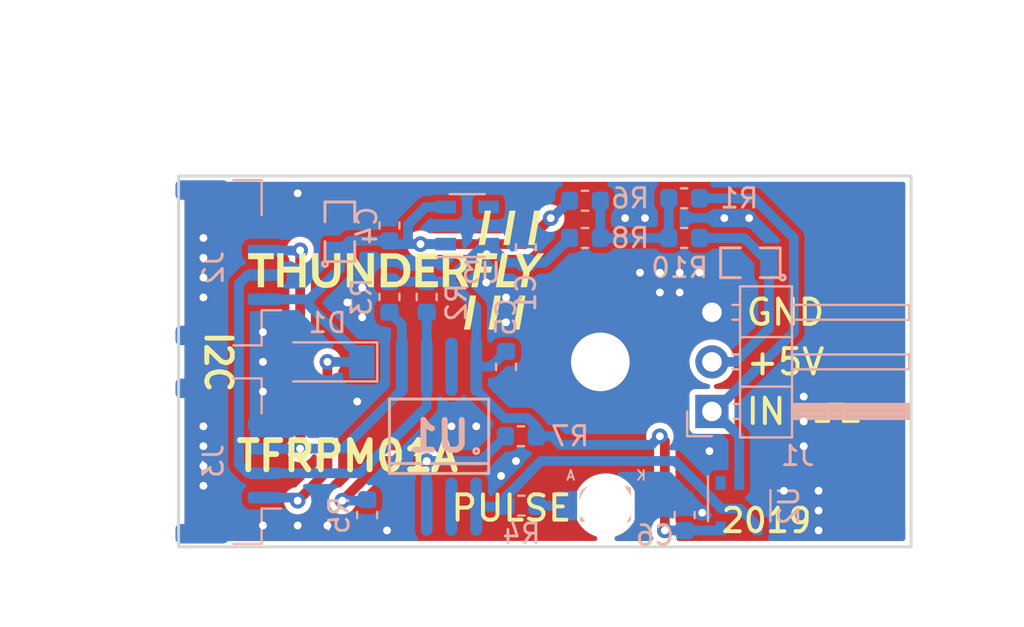
<source format=kicad_pcb>
(kicad_pcb (version 20191123) (host pcbnew "(5.99.0-494-g9b7d4e274)")

  (general
    (thickness 1.6)
    (drawings 21)
    (tracks 171)
    (modules 25)
    (nets 15)
  )

  (page "A4")
  (title_block
    (title "NAME")
    (date "%d. %m. %Y")
    (rev "REV")
    (company "Mlab www.mlab.cz")
    (comment 1 "VERSION")
    (comment 2 "Short description\\nTwo lines are maximum")
    (comment 3 "nickname <email@example.com>")
  )

  (layers
    (0 "F.Cu" jumper)
    (31 "B.Cu" signal)
    (36 "B.SilkS" user)
    (37 "F.SilkS" user)
    (38 "B.Mask" user)
    (39 "F.Mask" user)
    (40 "Dwgs.User" user)
    (44 "Edge.Cuts" user)
    (45 "Margin" user)
    (46 "B.CrtYd" user)
    (47 "F.CrtYd" user)
    (48 "B.Fab" user)
    (49 "F.Fab" user)
  )

  (setup
    (stackup
      (layer "F.SilkS" (type "Top Silk Screen"))
      (layer "F.Mask" (type "Top Solder Mask") (color "Green") (thickness 0.01))
      (layer "F.Cu" (type "copper") (thickness 0.035))
      (layer "dielectric 1" (type "core") (thickness 1.51) (material "FR4") (epsilon_r 4.5) (loss_tangent 0.02))
      (layer "B.Cu" (type "copper") (thickness 0.035))
      (layer "B.Mask" (type "Bottom Solder Mask") (color "Green") (thickness 0.01))
      (layer "B.SilkS" (type "Bottom Silk Screen"))
      (copper_finish "None")
      (dielectric_constraints no)
    )
    (last_trace_width 0.45)
    (user_trace_width 0.3)
    (user_trace_width 0.4)
    (user_trace_width 0.5)
    (user_trace_width 1)
    (trace_clearance 0.2)
    (zone_clearance 0.3)
    (zone_45_only no)
    (trace_min 0.2)
    (via_size 0.8)
    (via_drill 0.4)
    (via_min_size 0.4)
    (via_min_drill 0.3)
    (uvia_size 0.3)
    (uvia_drill 0.1)
    (uvias_allowed no)
    (uvia_min_size 0.2)
    (uvia_min_drill 0.1)
    (max_error 0.005)
    (defaults
      (edge_clearance 0.01)
      (edge_cuts_line_width 0.15)
      (courtyard_line_width 0.05)
      (copper_line_width 0.2)
      (copper_text_dims (size 1.5 1.5) (thickness 0.3))
      (silk_line_width 0.15)
      (silk_text_dims (size 1 1) (thickness 0.15))
      (other_layers_line_width 0.1)
      (other_layers_text_dims (size 1 1) (thickness 0.15))
    )
    (pad_size 0.7 0.51)
    (pad_drill 0)
    (pad_to_mask_clearance 0.2)
    (aux_axis_origin 126.746 136.906)
    (grid_origin 126.746 136.906)
    (visible_elements 7FFFFF7F)
    (pcbplotparams
      (layerselection 0x010e0_ffffffff)
      (usegerberextensions false)
      (usegerberattributes false)
      (usegerberadvancedattributes true)
      (creategerberjobfile false)
      (excludeedgelayer true)
      (linewidth 0.150000)
      (plotframeref false)
      (viasonmask false)
      (mode 1)
      (useauxorigin false)
      (hpglpennumber 1)
      (hpglpenspeed 20)
      (hpglpendiameter 15.000000)
      (psnegative false)
      (psa4output false)
      (plotreference true)
      (plotvalue true)
      (plotinvisibletext false)
      (padsonsilk true)
      (subtractmaskfromsilk false)
      (outputformat 1)
      (mirror false)
      (drillshape 0)
      (scaleselection 1)
      (outputdirectory "../cam_profi/")
    )
  )

  (net 0 "")
  (net 1 "GND")
  (net 2 "Net-(C2-Pad1)")
  (net 3 "Net-(D2-Pad2)")
  (net 4 "/COUNT")
  (net 5 "+3V3")
  (net 6 "+5V")
  (net 7 "/SDA")
  (net 8 "/SCL")
  (net 9 "Net-(R1-Pad1)")
  (net 10 "Net-(R4-Pad1)")
  (net 11 "Net-(R5-Pad1)")
  (net 12 "Net-(U1-Pad7)")
  (net 13 "Net-(U1-Pad2)")
  (net 14 "Net-(U3-Pad4)")

  (net_class "Default" "This is the default net class."
    (clearance 0.2)
    (trace_width 0.45)
    (via_dia 0.8)
    (via_drill 0.4)
    (uvia_dia 0.3)
    (uvia_drill 0.1)
    (add_net "+3V3")
    (add_net "+5V")
    (add_net "/COUNT")
    (add_net "/SCL")
    (add_net "/SDA")
    (add_net "GND")
    (add_net "Net-(C2-Pad1)")
    (add_net "Net-(D2-Pad2)")
    (add_net "Net-(R1-Pad1)")
    (add_net "Net-(R4-Pad1)")
    (add_net "Net-(R5-Pad1)")
    (add_net "Net-(U1-Pad2)")
    (add_net "Net-(U1-Pad7)")
    (add_net "Net-(U3-Pad4)")
  )

  (net_class "Vcc" ""
    (clearance 0.2)
    (trace_width 0.55)
    (via_dia 0.8)
    (via_drill 0.4)
    (uvia_dia 0.3)
    (uvia_drill 0.1)
  )

  (module "LOGO" (layer "F.Cu") (tedit 0) (tstamp 5DEFD6A1)
    (at 122.047 127.635)
    (fp_text reference "G***" (at 0 0) (layer "F.SilkS") hide
      (effects (font (size 1.524 1.524) (thickness 0.3)))
    )
    (fp_text value "LOGO" (at 0.75 0) (layer "F.SilkS") hide
      (effects (font (size 1.524 1.524) (thickness 0.3)))
    )
    (fp_poly (pts (xy 4.092833 1.295484) (xy 4.139835 1.297299) (xy 4.168916 1.300549) (xy 4.18217 1.305408)
      (xy 4.183529 1.308203) (xy 4.181655 1.320963) (xy 4.17623 1.353836) (xy 4.167543 1.405133)
      (xy 4.155888 1.473169) (xy 4.141556 1.556255) (xy 4.124839 1.652707) (xy 4.106029 1.760836)
      (xy 4.085418 1.878955) (xy 4.063298 2.005379) (xy 4.03996 2.13842) (xy 4.034117 2.171678)
      (xy 4.010534 2.306005) (xy 3.988096 2.434073) (xy 3.967096 2.554201) (xy 3.947824 2.664709)
      (xy 3.930572 2.763916) (xy 3.915632 2.850141) (xy 3.903295 2.921705) (xy 3.893854 2.976926)
      (xy 3.887599 3.014125) (xy 3.884822 3.03162) (xy 3.884705 3.032713) (xy 3.874043 3.037055)
      (xy 3.843644 3.040416) (xy 3.795892 3.042637) (xy 3.73317 3.043557) (xy 3.722843 3.043573)
      (xy 3.56098 3.043573) (xy 3.566726 3.013137) (xy 3.569514 2.997593) (xy 3.575814 2.961985)
      (xy 3.58532 2.908052) (xy 3.597725 2.837535) (xy 3.612726 2.752173) (xy 3.630015 2.653706)
      (xy 3.649288 2.543872) (xy 3.670239 2.424413) (xy 3.692562 2.297067) (xy 3.715953 2.163574)
      (xy 3.720288 2.138826) (xy 3.868104 1.29495) (xy 4.025817 1.294926)) (layer "F.SilkS") (width 0))
    (fp_poly (pts (xy 5.441626 1.319804) (xy 5.438795 1.334483) (xy 5.432467 1.369227) (xy 5.422952 1.422297)
      (xy 5.410555 1.49195) (xy 5.395586 1.576448) (xy 5.378351 1.674049) (xy 5.359158 1.783012)
      (xy 5.338316 1.901599) (xy 5.316132 2.028067) (xy 5.292914 2.160676) (xy 5.290448 2.174771)
      (xy 5.26716 2.307754) (xy 5.24488 2.434651) (xy 5.223913 2.553738) (xy 5.204567 2.663289)
      (xy 5.187149 2.761579) (xy 5.171963 2.846882) (xy 5.159318 2.917473) (xy 5.149519 2.971626)
      (xy 5.142873 3.007616) (xy 5.139687 3.023717) (xy 5.13956 3.024205) (xy 5.13522 3.031861)
      (xy 5.125194 3.037206) (xy 5.106051 3.040646) (xy 5.074362 3.042583) (xy 5.026696 3.043421)
      (xy 4.975148 3.043573) (xy 4.912895 3.043371) (xy 4.869557 3.042496) (xy 4.841916 3.040543)
      (xy 4.826754 3.037109) (xy 4.820853 3.031788) (xy 4.820987 3.024205) (xy 4.82358 3.010419)
      (xy 4.829672 2.976559) (xy 4.838956 2.924356) (xy 4.851129 2.855542) (xy 4.865886 2.771848)
      (xy 4.882921 2.675005) (xy 4.901929 2.566746) (xy 4.922606 2.448801) (xy 4.944648 2.322902)
      (xy 4.967748 2.190781) (xy 4.969578 2.180305) (xy 4.992804 2.047435) (xy 5.015031 1.920401)
      (xy 5.03595 1.800966) (xy 5.055253 1.690891) (xy 5.072628 1.591939) (xy 5.087766 1.505872)
      (xy 5.100358 1.434452) (xy 5.110095 1.37944) (xy 5.116665 1.3426) (xy 5.11976 1.325693)
      (xy 5.119831 1.325337) (xy 5.126028 1.294902) (xy 5.447628 1.294902)) (layer "F.SilkS") (width 0))
    (fp_poly (pts (xy 6.65509 1.296443) (xy 6.682911 1.297931) (xy 6.698602 1.301175) (xy 6.705494 1.306517)
      (xy 6.706928 1.313517) (xy 6.705049 1.327232) (xy 6.699609 1.361041) (xy 6.690901 1.41324)
      (xy 6.679218 1.482126) (xy 6.664852 1.565996) (xy 6.648097 1.663148) (xy 6.629245 1.771876)
      (xy 6.608591 1.89048) (xy 6.586426 2.017254) (xy 6.563044 2.150496) (xy 6.557516 2.181931)
      (xy 6.533933 2.316041) (xy 6.511496 2.44379) (xy 6.490496 2.563508) (xy 6.471224 2.673525)
      (xy 6.453973 2.772173) (xy 6.439033 2.857782) (xy 6.426696 2.928682) (xy 6.417254 2.983204)
      (xy 6.410998 3.019679) (xy 6.408221 3.036436) (xy 6.408104 3.037347) (xy 6.397686 3.039548)
      (xy 6.369024 3.041408) (xy 6.326009 3.042774) (xy 6.272534 3.043497) (xy 6.247625 3.043573)
      (xy 6.190941 3.043034) (xy 6.143121 3.041553) (xy 6.108037 3.039329) (xy 6.089562 3.036565)
      (xy 6.087688 3.035272) (xy 6.08965 3.023324) (xy 6.095168 2.991238) (xy 6.103952 2.940676)
      (xy 6.115709 2.873297) (xy 6.130151 2.790762) (xy 6.146984 2.694733) (xy 6.16592 2.58687)
      (xy 6.186666 2.468833) (xy 6.208931 2.342283) (xy 6.232425 2.208881) (xy 6.240387 2.163703)
      (xy 6.392543 1.300435) (xy 6.549735 1.297365) (xy 6.611809 1.296368)) (layer "F.SilkS") (width 0))
    (fp_poly (pts (xy -3.893305 -0.296057) (xy -3.892452 -0.167914) (xy -3.891629 -0.059906) (xy -3.890749 0.029966)
      (xy -3.889724 0.103703) (xy -3.888468 0.163304) (xy -3.886895 0.210769) (xy -3.884918 0.248097)
      (xy -3.88245 0.277288) (xy -3.879405 0.300342) (xy -3.875695 0.319259) (xy -3.871235 0.336039)
      (xy -3.865938 0.35268) (xy -3.865084 0.355233) (xy -3.827138 0.439125) (xy -3.775394 0.505713)
      (xy -3.709871 0.554987) (xy -3.63059 0.586935) (xy -3.537569 0.601548) (xy -3.430829 0.598814)
      (xy -3.423209 0.598013) (xy -3.335373 0.58005) (xy -3.262008 0.546605) (xy -3.202473 0.496966)
      (xy -3.156126 0.430422) (xy -3.122327 0.346261) (xy -3.100434 0.243772) (xy -3.099757 0.238996)
      (xy -3.096934 0.206965) (xy -3.094417 0.154838) (xy -3.092248 0.084652) (xy -3.090467 -0.001555)
      (xy -3.089113 -0.101745) (xy -3.088229 -0.213882) (xy -3.087854 -0.335928) (xy -3.087844 -0.360496)
      (xy -3.087844 -0.874336) (xy -2.766885 -0.874336) (xy -2.766885 -0.332827) (xy -2.767031 -0.19391)
      (xy -2.76756 -0.075) (xy -2.768611 0.026032) (xy -2.770319 0.111314) (xy -2.772822 0.182971)
      (xy -2.776258 0.243133) (xy -2.780763 0.293927) (xy -2.786475 0.33748) (xy -2.793532 0.37592)
      (xy -2.802069 0.411375) (xy -2.812225 0.445971) (xy -2.818325 0.46473) (xy -2.866194 0.578184)
      (xy -2.92863 0.675002) (xy -3.005851 0.755405) (xy -3.098074 0.819609) (xy -3.205516 0.867832)
      (xy -3.226188 0.874736) (xy -3.286782 0.888858) (xy -3.362571 0.898773) (xy -3.446984 0.904318)
      (xy -3.533452 0.905328) (xy -3.615406 0.901642) (xy -3.686278 0.893094) (xy -3.715592 0.886924)
      (xy -3.83057 0.847846) (xy -3.930745 0.792597) (xy -4.016448 0.720845) (xy -4.08801 0.632262)
      (xy -4.145765 0.526518) (xy -4.185013 0.420385) (xy -4.190461 0.401895) (xy -4.195074 0.383957)
      (xy -4.198936 0.364601) (xy -4.20213 0.341855) (xy -4.204739 0.313749) (xy -4.206845 0.278312)
      (xy -4.208532 0.233572) (xy -4.209884 0.177559) (xy -4.210982 0.108301) (xy -4.21191 0.023829)
      (xy -4.212752 -0.077829) (xy -4.21359 -0.198645) (xy -4.214043 -0.268388) (xy -4.217944 -0.874336)
      (xy -3.897035 -0.874336)) (layer "F.SilkS") (width 0))
    (fp_poly (pts (xy -6.175687 -0.564445) (xy -6.673726 -0.564445) (xy -6.673726 0.874335) (xy -6.994685 0.874335)
      (xy -6.994685 -0.564445) (xy -7.492724 -0.564445) (xy -7.492724 -0.874336) (xy -6.175687 -0.874336)) (layer "F.SilkS") (width 0))
    (fp_poly (pts (xy -5.677648 -0.188148) (xy -4.869717 -0.188148) (xy -4.869717 -0.874336) (xy -4.548759 -0.874336)
      (xy -4.548759 0.874335) (xy -4.869717 0.874335) (xy -4.869717 0.121743) (xy -5.677648 0.121743)
      (xy -5.677648 0.874335) (xy -5.998606 0.874335) (xy -5.998606 -0.874336) (xy -5.677648 -0.874336)) (layer "F.SilkS") (width 0))
    (fp_poly (pts (xy -1.744355 -0.312658) (xy -1.372448 0.249019) (xy -1.372412 -0.312658) (xy -1.372375 -0.874336)
      (xy -1.051417 -0.874336) (xy -1.051417 0.874335) (xy -1.313448 0.874335) (xy -2.113876 -0.326493)
      (xy -2.1139 0.874335) (xy -2.434859 0.874335) (xy -2.434859 -0.874336) (xy -2.116262 -0.874336)) (layer "F.SilkS") (width 0))
    (fp_poly (pts (xy -0.273922 -0.871411) (xy -0.158499 -0.870109) (xy -0.062523 -0.86866) (xy 0.016695 -0.866685)
      (xy 0.081841 -0.863807) (xy 0.135603 -0.859646) (xy 0.180669 -0.853823) (xy 0.219725 -0.84596)
      (xy 0.255461 -0.835679) (xy 0.290562 -0.8226) (xy 0.327717 -0.806345) (xy 0.369613 -0.786536)
      (xy 0.386616 -0.778344) (xy 0.440419 -0.75073) (xy 0.483967 -0.723515) (xy 0.524796 -0.691251)
      (xy 0.570443 -0.648488) (xy 0.581836 -0.637174) (xy 0.627651 -0.589438) (xy 0.661773 -0.548161)
      (xy 0.689657 -0.505803) (xy 0.716756 -0.454823) (xy 0.723031 -0.441955) (xy 0.753538 -0.376234)
      (xy 0.776351 -0.319416) (xy 0.792552 -0.266183) (xy 0.803222 -0.211218) (xy 0.809441 -0.149203)
      (xy 0.812291 -0.074821) (xy 0.812872 0) (xy 0.811982 0.089037) (xy 0.808589 0.16125)
      (xy 0.801613 0.221906) (xy 0.789972 0.276271) (xy 0.772584 0.32961) (xy 0.748369 0.387189)
      (xy 0.721952 0.442701) (xy 0.656783 0.550757) (xy 0.574605 0.645652) (xy 0.477334 0.725705)
      (xy 0.366888 0.789235) (xy 0.292179 0.819746) (xy 0.250252 0.833685) (xy 0.210118 0.845064)
      (xy 0.16896 0.854136) (xy 0.123956 0.861153) (xy 0.072287 0.86637) (xy 0.011134 0.870038)
      (xy -0.062324 0.87241) (xy -0.150906 0.873741) (xy -0.257432 0.874282) (xy -0.316399 0.874335)
      (xy -0.697255 0.874335) (xy -0.697255 0.58842) (xy -0.376297 0.58842) (xy 0.116209 0.581046)
      (xy 0.190369 0.545913) (xy 0.275366 0.49445) (xy 0.344763 0.42787) (xy 0.398678 0.345945)
      (xy 0.437227 0.248447) (xy 0.460525 0.135149) (xy 0.468688 0.005823) (xy 0.468702 0)
      (xy 0.461175 -0.130009) (xy 0.43852 -0.24398) (xy 0.400618 -0.342141) (xy 0.347355 -0.42472)
      (xy 0.278614 -0.491944) (xy 0.194279 -0.544041) (xy 0.190369 -0.545913) (xy 0.116209 -0.581046)
      (xy -0.130044 -0.584574) (xy -0.376297 -0.588101) (xy -0.376297 0.58842) (xy -0.697255 0.58842)
      (xy -0.697255 -0.875962)) (layer "F.SilkS") (width 0))
    (fp_poly (pts (xy 2.20244 -0.564445) (xy 1.405577 -0.564445) (xy 1.405577 -0.188148) (xy 2.014291 -0.188148)
      (xy 2.014291 0.121743) (xy 1.405577 0.121743) (xy 1.405577 0.564444) (xy 2.224575 0.564444)
      (xy 2.224575 0.874335) (xy 1.073551 0.874335) (xy 1.073551 -0.874336) (xy 2.20244 -0.874336)) (layer "F.SilkS") (width 0))
    (fp_poly (pts (xy 2.963021 -0.874238) (xy 3.047461 -0.873856) (xy 3.11525 -0.873061) (xy 3.169128 -0.871721)
      (xy 3.211839 -0.869705) (xy 3.246123 -0.866883) (xy 3.274722 -0.863124) (xy 3.300378 -0.858296)
      (xy 3.325832 -0.85227) (xy 3.326791 -0.852026) (xy 3.435303 -0.815603) (xy 3.526004 -0.766064)
      (xy 3.599061 -0.703196) (xy 3.654638 -0.626787) (xy 3.6929 -0.536622) (xy 3.714013 -0.432489)
      (xy 3.718692 -0.34581) (xy 3.710664 -0.234385) (xy 3.68609 -0.136932) (xy 3.644235 -0.051931)
      (xy 3.584363 0.022135) (xy 3.511197 0.083006) (xy 3.475631 0.108735) (xy 3.448216 0.13013)
      (xy 3.433169 0.143834) (xy 3.431555 0.146449) (xy 3.436444 0.157549) (xy 3.450456 0.185494)
      (xy 3.472195 0.22765) (xy 3.500263 0.281388) (xy 3.533265 0.344074) (xy 3.569803 0.413077)
      (xy 3.608481 0.485766) (xy 3.647903 0.559509) (xy 3.686673 0.631673) (xy 3.723393 0.699628)
      (xy 3.756667 0.760742) (xy 3.781098 0.805163) (xy 3.819384 0.874335) (xy 3.638994 0.874102)
      (xy 3.458605 0.873868) (xy 3.290803 0.550376) (xy 3.123002 0.226884) (xy 2.961544 0.223822)
      (xy 2.800087 0.220759) (xy 2.800087 0.874335) (xy 2.479128 0.874335) (xy 2.479128 -0.042039)
      (xy 2.800087 -0.042039) (xy 2.985468 -0.045921) (xy 3.054005 -0.047503) (xy 3.104704 -0.049366)
      (xy 3.141856 -0.052143) (xy 3.169755 -0.056469) (xy 3.192695 -0.062977) (xy 3.214968 -0.072299)
      (xy 3.236774 -0.083007) (xy 3.300265 -0.123584) (xy 3.344591 -0.172745) (xy 3.371909 -0.233129)
      (xy 3.377372 -0.255067) (xy 3.385826 -0.337933) (xy 3.376012 -0.413511) (xy 3.348924 -0.479407)
      (xy 3.305554 -0.533227) (xy 3.246897 -0.572578) (xy 3.245351 -0.573305) (xy 3.220815 -0.584166)
      (xy 3.198029 -0.592106) (xy 3.17278 -0.597682) (xy 3.140851 -0.60145) (xy 3.098029 -0.603968)
      (xy 3.040097 -0.605792) (xy 2.991002 -0.606897) (xy 2.800087 -0.610905) (xy 2.800087 -0.042039)
      (xy 2.479128 -0.042039) (xy 2.479128 -0.874336) (xy 2.859188 -0.874336)) (layer "F.SilkS") (width 0))
    (fp_poly (pts (xy 4.866459 -0.874139) (xy 4.964031 -0.873653) (xy 5.052357 -0.872881) (xy 5.129268 -0.871857)
      (xy 5.192596 -0.870616) (xy 5.240172 -0.869193) (xy 5.269828 -0.867622) (xy 5.279428 -0.866035)
      (xy 5.277748 -0.852606) (xy 5.272996 -0.821654) (xy 5.265855 -0.77747) (xy 5.257009 -0.724344)
      (xy 5.254793 -0.711238) (xy 5.229945 -0.564741) (xy 4.870569 -0.561826) (xy 4.511194 -0.558911)
      (xy 4.480707 -0.392898) (xy 4.47002 -0.333654) (xy 4.460896 -0.281098) (xy 4.45406 -0.239558)
      (xy 4.450237 -0.213366) (xy 4.449686 -0.207517) (xy 4.450894 -0.201539) (xy 4.456572 -0.19693)
      (xy 4.469239 -0.193513) (xy 4.491414 -0.191113) (xy 4.525619 -0.189553) (xy 4.574373 -0.188656)
      (xy 4.640196 -0.188247) (xy 4.725608 -0.188148) (xy 4.726584 -0.188148) (xy 4.812074 -0.18806)
      (xy 4.877902 -0.187677) (xy 4.926543 -0.186823) (xy 4.960469 -0.185323) (xy 4.982154 -0.182998)
      (xy 4.994072 -0.179675) (xy 4.998696 -0.175175) (xy 4.9985 -0.169324) (xy 4.998347 -0.16878)
      (xy 4.994661 -0.152126) (xy 4.988314 -0.119606) (xy 4.980252 -0.07647) (xy 4.971417 -0.027969)
      (xy 4.962755 0.020647) (xy 4.955209 0.064127) (xy 4.949724 0.09722) (xy 4.947244 0.114678)
      (xy 4.947189 0.115689) (xy 4.936613 0.117337) (xy 4.906851 0.118815) (xy 4.860852 0.12006)
      (xy 4.801563 0.121008) (xy 4.731935 0.121594) (xy 4.667734 0.12176) (xy 4.388278 0.121778)
      (xy 4.345706 0.368013) (xy 4.33166 0.449181) (xy 4.317261 0.532246) (xy 4.303495 0.611544)
      (xy 4.291343 0.681414) (xy 4.281788 0.736192) (xy 4.280372 0.744292) (xy 4.257609 0.874335)
      (xy 4.097536 0.874335) (xy 4.035157 0.874247) (xy 3.991651 0.873635) (xy 3.963754 0.871976)
      (xy 3.948204 0.868747) (xy 3.941739 0.863425) (xy 3.941096 0.855488) (xy 3.942113 0.849433)
      (xy 3.944722 0.834799) (xy 3.950849 0.80008) (xy 3.96019 0.746995) (xy 3.972444 0.677263)
      (xy 3.98731 0.592603) (xy 4.004486 0.494733) (xy 4.02367 0.385372) (xy 4.044561 0.266239)
      (xy 4.066856 0.139052) (xy 4.090255 0.005531) (xy 4.095582 -0.024871) (xy 4.2444 -0.874274)
      (xy 4.761808 -0.874305)) (layer "F.SilkS") (width 0))
    (fp_poly (pts (xy 5.64423 -0.872207) (xy 5.662782 -0.871882) (xy 5.816993 -0.868802) (xy 5.698554 -0.193682)
      (xy 5.677414 -0.073128) (xy 5.657267 0.041863) (xy 5.638465 0.149282) (xy 5.621357 0.24712)
      (xy 5.606295 0.333367) (xy 5.59363 0.406014) (xy 5.583712 0.463051) (xy 5.576893 0.502468)
      (xy 5.573524 0.522257) (xy 5.573413 0.522941) (xy 5.56671 0.564444) (xy 5.865664 0.564444)
      (xy 5.955244 0.564552) (xy 6.025095 0.564972) (xy 6.077623 0.565849) (xy 6.115234 0.567329)
      (xy 6.140333 0.569557) (xy 6.155325 0.572679) (xy 6.162617 0.57684) (xy 6.164614 0.582185)
      (xy 6.164618 0.582508) (xy 6.162767 0.59993) (xy 6.157719 0.634263) (xy 6.150231 0.680642)
      (xy 6.141063 0.734197) (xy 6.14049 0.737453) (xy 6.116361 0.874335) (xy 5.653518 0.874335)
      (xy 5.554736 0.874271) (xy 5.463178 0.874089) (xy 5.381132 0.873802) (xy 5.310887 0.873423)
      (xy 5.254733 0.872967) (xy 5.214958 0.872447) (xy 5.193852 0.871877) (xy 5.191014 0.871568)
      (xy 5.193904 0.852865) (xy 5.200248 0.815101) (xy 5.209691 0.760276) (xy 5.221873 0.690387)
      (xy 5.236438 0.607432) (xy 5.253028 0.51341) (xy 5.271286 0.410318) (xy 5.290854 0.300154)
      (xy 5.311374 0.184916) (xy 5.33249 0.066603) (xy 5.353842 -0.052787) (xy 5.375075 -0.171258)
      (xy 5.395831 -0.286809) (xy 5.415751 -0.397445) (xy 5.434479 -0.501165) (xy 5.451657 -0.595974)
      (xy 5.466927 -0.679871) (xy 5.479933 -0.75086) (xy 5.490315 -0.806942) (xy 5.497718 -0.84612)
      (xy 5.501783 -0.866395) (xy 5.502427 -0.868818) (xy 5.51514 -0.870831) (xy 5.545799 -0.872119)
      (xy 5.590223 -0.872605)) (layer "F.SilkS") (width 0))
    (fp_poly (pts (xy 7.569715 -0.873666) (xy 7.617714 -0.872308) (xy 7.647752 -0.869734) (xy 7.661905 -0.865782)
      (xy 7.663116 -0.861401) (xy 7.654986 -0.850412) (xy 7.634568 -0.823597) (xy 7.603143 -0.782618)
      (xy 7.561992 -0.729138) (xy 7.512396 -0.664819) (xy 7.455636 -0.591322) (xy 7.392994 -0.510312)
      (xy 7.325751 -0.423449) (xy 7.293507 -0.38183) (xy 7.224641 -0.292926) (xy 7.159835 -0.20919)
      (xy 7.100364 -0.132273) (xy 7.047499 -0.063826) (xy 7.002515 -0.005497) (xy 6.966684 0.041062)
      (xy 6.94128 0.074201) (xy 6.927575 0.092271) (xy 6.925542 0.095082) (xy 6.922617 0.107224)
      (xy 6.916377 0.138123) (xy 6.907376 0.184745) (xy 6.896166 0.244053) (xy 6.883303 0.313012)
      (xy 6.86934 0.388584) (xy 6.854832 0.467735) (xy 6.840331 0.547427) (xy 6.826392 0.624626)
      (xy 6.81357 0.696295) (xy 6.802417 0.759398) (xy 6.793489 0.810899) (xy 6.787338 0.847762)
      (xy 6.78452 0.866951) (xy 6.7844 0.86861) (xy 6.773981 0.870633) (xy 6.745316 0.872342)
      (xy 6.702294 0.873599) (xy 6.648803 0.874265) (xy 6.62371 0.874335) (xy 6.46302 0.874335)
      (xy 6.468809 0.849433) (xy 6.472885 0.829116) (xy 6.479896 0.791155) (xy 6.489301 0.738705)
      (xy 6.500558 0.674923) (xy 6.513124 0.602965) (xy 6.526458 0.525986) (xy 6.540019 0.447142)
      (xy 6.553264 0.369589) (xy 6.565651 0.296484) (xy 6.576639 0.230982) (xy 6.585685 0.17624)
      (xy 6.592249 0.135412) (xy 6.595787 0.111656) (xy 6.596252 0.107172) (xy 6.592071 0.093823)
      (xy 6.5801 0.06222) (xy 6.561204 0.014485) (xy 6.536243 -0.047263) (xy 6.506082 -0.120901)
      (xy 6.471581 -0.20431) (xy 6.433603 -0.295368) (xy 6.401201 -0.372525) (xy 6.360896 -0.468355)
      (xy 6.323161 -0.558344) (xy 6.288887 -0.640349) (xy 6.258962 -0.712231) (xy 6.234277 -0.771846)
      (xy 6.215722 -0.817055) (xy 6.204187 -0.845715) (xy 6.200618 -0.855263) (xy 6.199919 -0.862745)
      (xy 6.204819 -0.867943) (xy 6.218438 -0.871173) (xy 6.243899 -0.872755) (xy 6.284324 -0.873003)
      (xy 6.342834 -0.872237) (xy 6.363967 -0.871865) (xy 6.532848 -0.868802) (xy 6.671106 -0.528475)
      (xy 6.704342 -0.447196) (xy 6.73515 -0.37287) (xy 6.762509 -0.307887) (xy 6.785394 -0.254636)
      (xy 6.802784 -0.215505) (xy 6.813655 -0.192883) (xy 6.816817 -0.188148) (xy 6.824841 -0.19674)
      (xy 6.844521 -0.221233) (xy 6.874389 -0.259702) (xy 6.912977 -0.310224) (xy 6.958817 -0.370875)
      (xy 7.010442 -0.439729) (xy 7.066383 -0.514863) (xy 7.078257 -0.530875) (xy 7.332244 -0.873601)
      (xy 7.501677 -0.873968)) (layer "F.SilkS") (width 0))
    (fp_poly (pts (xy 4.941814 -3.029739) (xy 4.939015 -3.015047) (xy 4.932722 -2.980295) (xy 4.923244 -2.927231)
      (xy 4.910889 -2.857601) (xy 4.895965 -2.773153) (xy 4.87878 -2.675632) (xy 4.859642 -2.566786)
      (xy 4.83886 -2.448362) (xy 4.816742 -2.322106) (xy 4.793596 -2.189765) (xy 4.791943 -2.180305)
      (xy 4.768715 -2.047436) (xy 4.746486 -1.920402) (xy 4.725566 -1.800967) (xy 4.706264 -1.690893)
      (xy 4.68889 -1.591941) (xy 4.673753 -1.505874) (xy 4.661163 -1.434453) (xy 4.651431 -1.379442)
      (xy 4.644865 -1.342601) (xy 4.641775 -1.325693) (xy 4.641704 -1.325338) (xy 4.635539 -1.294902)
      (xy 4.31394 -1.294902) (xy 4.31994 -1.319804) (xy 4.322789 -1.334562) (xy 4.329124 -1.369346)
      (xy 4.338632 -1.422378) (xy 4.350998 -1.491878) (xy 4.365907 -1.576067) (xy 4.383044 -1.673165)
      (xy 4.402096 -1.781394) (xy 4.422747 -1.898974) (xy 4.444683 -2.024125) (xy 4.46523 -2.141569)
      (xy 4.488233 -2.273055) (xy 4.510368 -2.399354) (xy 4.531303 -2.518588) (xy 4.550706 -2.628882)
      (xy 4.568246 -2.728356) (xy 4.583593 -2.815134) (xy 4.596413 -2.887338) (xy 4.606376 -2.943091)
      (xy 4.613151 -2.980516) (xy 4.616159 -2.996536) (xy 4.6278 -3.054641) (xy 4.947611 -3.054641)) (layer "F.SilkS") (width 0))
    (fp_poly (pts (xy 6.195765 -3.024205) (xy 6.193165 -3.008677) (xy 6.187041 -2.97308) (xy 6.177697 -2.919148)
      (xy 6.165434 -2.848613) (xy 6.150554 -2.763209) (xy 6.133361 -2.66467) (xy 6.114155 -2.554728)
      (xy 6.09324 -2.435117) (xy 6.070918 -2.307569) (xy 6.04749 -2.173819) (xy 6.04233 -2.144375)
      (xy 5.893464 -1.294982) (xy 5.735751 -1.294942) (xy 5.671062 -1.295362) (xy 5.625721 -1.296833)
      (xy 5.596957 -1.29961) (xy 5.581995 -1.30395) (xy 5.578039 -1.309553) (xy 5.579915 -1.32282)
      (xy 5.585307 -1.355845) (xy 5.593857 -1.406599) (xy 5.605209 -1.47305) (xy 5.619007 -1.553168)
      (xy 5.634893 -1.644924) (xy 5.652511 -1.746288) (xy 5.671504 -1.855228) (xy 5.691517 -1.969714)
      (xy 5.712191 -2.087718) (xy 5.733171 -2.207208) (xy 5.754099 -2.326153) (xy 5.77462 -2.442525)
      (xy 5.794376 -2.554293) (xy 5.813011 -2.659426) (xy 5.830169 -2.755894) (xy 5.845492 -2.841667)
      (xy 5.858624 -2.914715) (xy 5.869209 -2.973008) (xy 5.876889 -3.014516) (xy 5.881308 -3.037208)
      (xy 5.882161 -3.040806) (xy 5.891023 -3.04673) (xy 5.914093 -3.050862) (xy 5.953671 -3.053397)
      (xy 6.012057 -3.054533) (xy 6.043784 -3.054641) (xy 6.200333 -3.054641)) (layer "F.SilkS") (width 0))
    (fp_poly (pts (xy 7.367847 -3.05434) (xy 7.41553 -3.053511) (xy 7.450481 -3.052269) (xy 7.468795 -3.050725)
      (xy 7.470588 -3.050036) (xy 7.46872 -3.038257) (xy 7.463351 -3.006695) (xy 7.454836 -2.957361)
      (xy 7.443529 -2.892268) (xy 7.429784 -2.81343) (xy 7.413955 -2.722858) (xy 7.396396 -2.622566)
      (xy 7.377461 -2.514567) (xy 7.357504 -2.400873) (xy 7.33688 -2.283497) (xy 7.315943 -2.164451)
      (xy 7.295045 -2.045749) (xy 7.274543 -1.929404) (xy 7.25479 -1.817427) (xy 7.236139 -1.711832)
      (xy 7.218945 -1.614632) (xy 7.203562 -1.527839) (xy 7.190345 -1.453466) (xy 7.179647 -1.393526)
      (xy 7.171822 -1.350032) (xy 7.167225 -1.324995) (xy 7.166196 -1.319804) (xy 7.163085 -1.31007)
      (xy 7.156833 -1.303274) (xy 7.143942 -1.298887) (xy 7.120917 -1.296384) (xy 7.084262 -1.295236)
      (xy 7.03048 -1.294916) (xy 7.001043 -1.294902) (xy 6.938668 -1.295103) (xy 6.895214 -1.295974)
      (xy 6.867466 -1.297917) (xy 6.852212 -1.301334) (xy 6.846238 -1.306628) (xy 6.846331 -1.314202)
      (xy 6.846347 -1.31427) (xy 6.848942 -1.328056) (xy 6.855037 -1.361915) (xy 6.864328 -1.414117)
      (xy 6.876509 -1.48293) (xy 6.891275 -1.566622) (xy 6.908322 -1.663463) (xy 6.927343 -1.771721)
      (xy 6.948035 -1.889664) (xy 6.970091 -2.01556) (xy 6.993208 -2.147679) (xy 6.995042 -2.15817)
      (xy 7.018303 -2.291207) (xy 7.040571 -2.418533) (xy 7.061532 -2.538373) (xy 7.080878 -2.648948)
      (xy 7.098295 -2.748481) (xy 7.113474 -2.835195) (xy 7.126103 -2.907313) (xy 7.135872 -2.963056)
      (xy 7.142468 -3.000648) (xy 7.145582 -3.018311) (xy 7.145646 -3.018671) (xy 7.152093 -3.054641)
      (xy 7.31134 -3.054641)) (layer "F.SilkS") (width 0))
  )

  (module "Connector_PinHeader_2.54mm:PinHeader_1x03_P2.54mm_Horizontal" (layer "B.Cu") (tedit 59FED5CB) (tstamp 5DEFD238)
    (at 138.303 134.871096)
    (descr "Through hole angled pin header, 1x03, 2.54mm pitch, 6mm pin length, single row")
    (tags "Through hole angled pin header THT 1x03 2.54mm single row")
    (path "/5DE84EFB")
    (fp_text reference "J1" (at 4.385 2.27) (layer "B.SilkS")
      (effects (font (size 1 1) (thickness 0.15)) (justify mirror))
    )
    (fp_text value "HEADER_1x03" (at 4.385 -7.35) (layer "B.Fab") hide
      (effects (font (size 1 1) (thickness 0.15)) (justify mirror))
    )
    (fp_line (start 2.135 1.27) (end 4.04 1.27) (layer "B.Fab") (width 0.1))
    (fp_line (start 4.04 1.27) (end 4.04 -6.35) (layer "B.Fab") (width 0.1))
    (fp_line (start 4.04 -6.35) (end 1.5 -6.35) (layer "B.Fab") (width 0.1))
    (fp_line (start 1.5 -6.35) (end 1.5 0.635) (layer "B.Fab") (width 0.1))
    (fp_line (start 1.5 0.635) (end 2.135 1.27) (layer "B.Fab") (width 0.1))
    (fp_line (start -0.32 0.32) (end 1.5 0.32) (layer "B.Fab") (width 0.1))
    (fp_line (start -0.32 0.32) (end -0.32 -0.32) (layer "B.Fab") (width 0.1))
    (fp_line (start -0.32 -0.32) (end 1.5 -0.32) (layer "B.Fab") (width 0.1))
    (fp_line (start 4.04 0.32) (end 10.04 0.32) (layer "B.Fab") (width 0.1))
    (fp_line (start 10.04 0.32) (end 10.04 -0.32) (layer "B.Fab") (width 0.1))
    (fp_line (start 4.04 -0.32) (end 10.04 -0.32) (layer "B.Fab") (width 0.1))
    (fp_line (start -0.32 -2.22) (end 1.5 -2.22) (layer "B.Fab") (width 0.1))
    (fp_line (start -0.32 -2.22) (end -0.32 -2.86) (layer "B.Fab") (width 0.1))
    (fp_line (start -0.32 -2.86) (end 1.5 -2.86) (layer "B.Fab") (width 0.1))
    (fp_line (start 4.04 -2.22) (end 10.04 -2.22) (layer "B.Fab") (width 0.1))
    (fp_line (start 10.04 -2.22) (end 10.04 -2.86) (layer "B.Fab") (width 0.1))
    (fp_line (start 4.04 -2.86) (end 10.04 -2.86) (layer "B.Fab") (width 0.1))
    (fp_line (start -0.32 -4.76) (end 1.5 -4.76) (layer "B.Fab") (width 0.1))
    (fp_line (start -0.32 -4.76) (end -0.32 -5.4) (layer "B.Fab") (width 0.1))
    (fp_line (start -0.32 -5.4) (end 1.5 -5.4) (layer "B.Fab") (width 0.1))
    (fp_line (start 4.04 -4.76) (end 10.04 -4.76) (layer "B.Fab") (width 0.1))
    (fp_line (start 10.04 -4.76) (end 10.04 -5.4) (layer "B.Fab") (width 0.1))
    (fp_line (start 4.04 -5.4) (end 10.04 -5.4) (layer "B.Fab") (width 0.1))
    (fp_line (start 1.44 1.33) (end 1.44 -6.41) (layer "B.SilkS") (width 0.12))
    (fp_line (start 1.44 -6.41) (end 4.1 -6.41) (layer "B.SilkS") (width 0.12))
    (fp_line (start 4.1 -6.41) (end 4.1 1.33) (layer "B.SilkS") (width 0.12))
    (fp_line (start 4.1 1.33) (end 1.44 1.33) (layer "B.SilkS") (width 0.12))
    (fp_line (start 4.1 0.38) (end 10.1 0.38) (layer "B.SilkS") (width 0.12))
    (fp_line (start 10.1 0.38) (end 10.1 -0.38) (layer "B.SilkS") (width 0.12))
    (fp_line (start 10.1 -0.38) (end 4.1 -0.38) (layer "B.SilkS") (width 0.12))
    (fp_line (start 4.1 0.32) (end 10.1 0.32) (layer "B.SilkS") (width 0.12))
    (fp_line (start 4.1 0.2) (end 10.1 0.2) (layer "B.SilkS") (width 0.12))
    (fp_line (start 4.1 0.08) (end 10.1 0.08) (layer "B.SilkS") (width 0.12))
    (fp_line (start 4.1 -0.04) (end 10.1 -0.04) (layer "B.SilkS") (width 0.12))
    (fp_line (start 4.1 -0.16) (end 10.1 -0.16) (layer "B.SilkS") (width 0.12))
    (fp_line (start 4.1 -0.28) (end 10.1 -0.28) (layer "B.SilkS") (width 0.12))
    (fp_line (start 1.11 0.38) (end 1.44 0.38) (layer "B.SilkS") (width 0.12))
    (fp_line (start 1.11 -0.38) (end 1.44 -0.38) (layer "B.SilkS") (width 0.12))
    (fp_line (start 1.44 -1.27) (end 4.1 -1.27) (layer "B.SilkS") (width 0.12))
    (fp_line (start 4.1 -2.16) (end 10.1 -2.16) (layer "B.SilkS") (width 0.12))
    (fp_line (start 10.1 -2.16) (end 10.1 -2.92) (layer "B.SilkS") (width 0.12))
    (fp_line (start 10.1 -2.92) (end 4.1 -2.92) (layer "B.SilkS") (width 0.12))
    (fp_line (start 1.042929 -2.16) (end 1.44 -2.16) (layer "B.SilkS") (width 0.12))
    (fp_line (start 1.042929 -2.92) (end 1.44 -2.92) (layer "B.SilkS") (width 0.12))
    (fp_line (start 1.44 -3.81) (end 4.1 -3.81) (layer "B.SilkS") (width 0.12))
    (fp_line (start 4.1 -4.7) (end 10.1 -4.7) (layer "B.SilkS") (width 0.12))
    (fp_line (start 10.1 -4.7) (end 10.1 -5.46) (layer "B.SilkS") (width 0.12))
    (fp_line (start 10.1 -5.46) (end 4.1 -5.46) (layer "B.SilkS") (width 0.12))
    (fp_line (start 1.042929 -4.7) (end 1.44 -4.7) (layer "B.SilkS") (width 0.12))
    (fp_line (start 1.042929 -5.46) (end 1.44 -5.46) (layer "B.SilkS") (width 0.12))
    (fp_line (start -1.27 0) (end -1.27 1.27) (layer "B.SilkS") (width 0.12))
    (fp_line (start -1.27 1.27) (end 0 1.27) (layer "B.SilkS") (width 0.12))
    (fp_line (start -1.8 1.8) (end -1.8 -6.85) (layer "B.CrtYd") (width 0.05))
    (fp_line (start -1.8 -6.85) (end 10.55 -6.85) (layer "B.CrtYd") (width 0.05))
    (fp_line (start 10.55 -6.85) (end 10.55 1.8) (layer "B.CrtYd") (width 0.05))
    (fp_line (start 10.55 1.8) (end -1.8 1.8) (layer "B.CrtYd") (width 0.05))
    (fp_text user "%R" (at 2.77 -2.54 -90) (layer "B.Fab")
      (effects (font (size 1 1) (thickness 0.15)) (justify mirror))
    )
    (pad "3" thru_hole oval (at 0 -5.08) (size 1.7 1.7) (drill 1) (layers *.Cu *.Mask)
      (net 1 "GND"))
    (pad "2" thru_hole oval (at 0 -2.54) (size 1.7 1.7) (drill 1) (layers *.Cu *.Mask)
      (net 2 "Net-(C2-Pad1)"))
    (pad "1" thru_hole rect (at 0 0) (size 1.7 1.7) (drill 1) (layers *.Cu *.Mask)
      (net 4 "/COUNT"))
    (model "${KISYS3DMOD}/Connector_PinHeader_2.54mm.3dshapes/PinHeader_1x03_P2.54mm_Horizontal.wrl"
      (at (xyz 0 0 0))
      (scale (xyz 1 1 1))
      (rotate (xyz 0 0 0))
    )
  )

  (module "Mlab_R:SMD-0603" (layer "B.Cu") (tedit 5C62CBF2) (tstamp 5DEFD500)
    (at 136.906 140.179596 90)
    (descr "Resistor SMD 0603 (1608 Metric), square (rectangular) end terminal, IPC_7351 nominal, (Body size source: http://www.tortai-tech.com/upload/download/2011102023233369053.pdf), generated with kicad-footprint-generator")
    (tags "resistor")
    (path "/5DEBA31C")
    (attr smd)
    (fp_text reference "C6" (at -1.0415 -1.524 -180) (layer "B.SilkS")
      (effects (font (size 1 1) (thickness 0.15)) (justify mirror))
    )
    (fp_text value "100nF" (at 0 -1.43 -90) (layer "B.Fab") hide
      (effects (font (size 1 1) (thickness 0.15)) (justify mirror))
    )
    (fp_text user "%R" (at 0 0 -90) (layer "B.Fab")
      (effects (font (size 0.4 0.4) (thickness 0.06)) (justify mirror))
    )
    (fp_line (start 1.48 -0.73) (end -1.48 -0.73) (layer "B.CrtYd") (width 0.05))
    (fp_line (start 1.48 0.73) (end 1.48 -0.73) (layer "B.CrtYd") (width 0.05))
    (fp_line (start -1.48 0.73) (end 1.48 0.73) (layer "B.CrtYd") (width 0.05))
    (fp_line (start -1.48 -0.73) (end -1.48 0.73) (layer "B.CrtYd") (width 0.05))
    (fp_line (start -0.162779 -0.51) (end 0.162779 -0.51) (layer "B.SilkS") (width 0.12))
    (fp_line (start -0.162779 0.51) (end 0.162779 0.51) (layer "B.SilkS") (width 0.12))
    (fp_line (start 0.8 -0.4) (end -0.8 -0.4) (layer "B.Fab") (width 0.1))
    (fp_line (start 0.8 0.4) (end 0.8 -0.4) (layer "B.Fab") (width 0.1))
    (fp_line (start -0.8 0.4) (end 0.8 0.4) (layer "B.Fab") (width 0.1))
    (fp_line (start -0.8 -0.4) (end -0.8 0.4) (layer "B.Fab") (width 0.1))
    (pad "2" smd roundrect (at 0.7875 0 90) (size 0.875 0.95) (layers "B.Cu" "B.Paste" "B.Mask") (roundrect_rratio 0.25)
      (net 1 "GND"))
    (pad "1" smd roundrect (at -0.7875 0 90) (size 0.875 0.95) (layers "B.Cu" "B.Paste" "B.Mask") (roundrect_rratio 0.25)
      (net 5 "+3V3"))
    (model "${KISYS3DMOD}/Resistor_SMD.3dshapes/R_0603_1608Metric.wrl"
      (at (xyz 0 0 0))
      (scale (xyz 1 1 1))
      (rotate (xyz 0 0 0))
    )
  )

  (module "Mlab_R:SMD-0603" (layer "B.Cu") (tedit 5C62CBF2) (tstamp 5DEFD5AE)
    (at 127.762 132.585096 -90)
    (descr "Resistor SMD 0603 (1608 Metric), square (rectangular) end terminal, IPC_7351 nominal, (Body size source: http://www.tortai-tech.com/upload/download/2011102023233369053.pdf), generated with kicad-footprint-generator")
    (tags "resistor")
    (path "/5DEABD1A")
    (attr smd)
    (fp_text reference "C5" (at -2.5655 0 -90) (layer "B.SilkS")
      (effects (font (size 1 1) (thickness 0.15)) (justify mirror))
    )
    (fp_text value "100nF" (at 0 -1.43 -90) (layer "B.Fab")
      (effects (font (size 1 1) (thickness 0.15)) (justify mirror))
    )
    (fp_text user "%R" (at 0 0 -90) (layer "B.Fab")
      (effects (font (size 0.4 0.4) (thickness 0.06)) (justify mirror))
    )
    (fp_line (start 1.48 -0.73) (end -1.48 -0.73) (layer "B.CrtYd") (width 0.05))
    (fp_line (start 1.48 0.73) (end 1.48 -0.73) (layer "B.CrtYd") (width 0.05))
    (fp_line (start -1.48 0.73) (end 1.48 0.73) (layer "B.CrtYd") (width 0.05))
    (fp_line (start -1.48 -0.73) (end -1.48 0.73) (layer "B.CrtYd") (width 0.05))
    (fp_line (start -0.162779 -0.51) (end 0.162779 -0.51) (layer "B.SilkS") (width 0.12))
    (fp_line (start -0.162779 0.51) (end 0.162779 0.51) (layer "B.SilkS") (width 0.12))
    (fp_line (start 0.8 -0.4) (end -0.8 -0.4) (layer "B.Fab") (width 0.1))
    (fp_line (start 0.8 0.4) (end 0.8 -0.4) (layer "B.Fab") (width 0.1))
    (fp_line (start -0.8 0.4) (end 0.8 0.4) (layer "B.Fab") (width 0.1))
    (fp_line (start -0.8 -0.4) (end -0.8 0.4) (layer "B.Fab") (width 0.1))
    (pad "2" smd roundrect (at 0.7875 0 270) (size 0.875 0.95) (layers "B.Cu" "B.Paste" "B.Mask") (roundrect_rratio 0.25)
      (net 1 "GND"))
    (pad "1" smd roundrect (at -0.7875 0 270) (size 0.875 0.95) (layers "B.Cu" "B.Paste" "B.Mask") (roundrect_rratio 0.25)
      (net 5 "+3V3"))
    (model "${KISYS3DMOD}/Resistor_SMD.3dshapes/R_0603_1608Metric.wrl"
      (at (xyz 0 0 0))
      (scale (xyz 1 1 1))
      (rotate (xyz 0 0 0))
    )
  )

  (module "Connector_JST:JST_GH_SM04B-GHS-TB_1x04-1MP_P1.25mm_Horizontal" (layer "B.Cu") (tedit 5B78AD87) (tstamp 5DEFD56A)
    (at 113.538 137.411096 90)
    (descr "JST GH series connector, SM04B-GHS-TB (http://www.jst-mfg.com/product/pdf/eng/eGH.pdf), generated with kicad-footprint-generator")
    (tags "connector JST GH top entry")
    (path "/5DE8841C")
    (attr smd)
    (fp_text reference "J3" (at 0 -0.762 -90) (layer "B.SilkS")
      (effects (font (size 1 1) (thickness 0.15)) (justify mirror))
    )
    (fp_text value "SM04B-GHS-TB" (at 0 -3.9 -90) (layer "B.Fab") hide
      (effects (font (size 1 1) (thickness 0.15)) (justify mirror))
    )
    (fp_text user "%R" (at 0 0 -90) (layer "B.Fab")
      (effects (font (size 1 1) (thickness 0.15)) (justify mirror))
    )
    (fp_line (start -1.875 0.892893) (end -1.375 1.6) (layer "B.Fab") (width 0.1))
    (fp_line (start -2.375 1.6) (end -1.875 0.892893) (layer "B.Fab") (width 0.1))
    (fp_line (start 4.72 3.2) (end -4.72 3.2) (layer "B.CrtYd") (width 0.05))
    (fp_line (start 4.72 -3.2) (end 4.72 3.2) (layer "B.CrtYd") (width 0.05))
    (fp_line (start -4.72 -3.2) (end 4.72 -3.2) (layer "B.CrtYd") (width 0.05))
    (fp_line (start -4.72 3.2) (end -4.72 -3.2) (layer "B.CrtYd") (width 0.05))
    (fp_line (start 4.125 1.6) (end 4.125 -2.45) (layer "B.Fab") (width 0.1))
    (fp_line (start -4.125 1.6) (end -4.125 -2.45) (layer "B.Fab") (width 0.1))
    (fp_line (start -4.125 -2.45) (end 4.125 -2.45) (layer "B.Fab") (width 0.1))
    (fp_line (start -2.965 -2.56) (end 2.965 -2.56) (layer "B.SilkS") (width 0.12))
    (fp_line (start 4.235 1.71) (end 2.435 1.71) (layer "B.SilkS") (width 0.12))
    (fp_line (start 4.235 0.26) (end 4.235 1.71) (layer "B.SilkS") (width 0.12))
    (fp_line (start -2.435 1.71) (end -2.435 2.7) (layer "B.SilkS") (width 0.12))
    (fp_line (start -4.235 1.71) (end -2.435 1.71) (layer "B.SilkS") (width 0.12))
    (fp_line (start -4.235 0.26) (end -4.235 1.71) (layer "B.SilkS") (width 0.12))
    (fp_line (start -4.125 1.6) (end 4.125 1.6) (layer "B.Fab") (width 0.1))
    (pad "MP" smd roundrect (at 3.725 -1.35 90) (size 1 2.7) (layers "B.Cu" "B.Paste" "B.Mask") (roundrect_rratio 0.25)
      (net 1 "GND"))
    (pad "MP" smd roundrect (at -3.725 -1.35 90) (size 1 2.7) (layers "B.Cu" "B.Paste" "B.Mask") (roundrect_rratio 0.25)
      (net 1 "GND"))
    (pad "4" smd roundrect (at 1.875 1.85 90) (size 0.6 1.7) (layers "B.Cu" "B.Paste" "B.Mask") (roundrect_rratio 0.25)
      (net 1 "GND"))
    (pad "3" smd roundrect (at 0.625 1.85 90) (size 0.6 1.7) (layers "B.Cu" "B.Paste" "B.Mask") (roundrect_rratio 0.25)
      (net 7 "/SDA"))
    (pad "2" smd roundrect (at -0.625 1.85 90) (size 0.6 1.7) (layers "B.Cu" "B.Paste" "B.Mask") (roundrect_rratio 0.25)
      (net 8 "/SCL"))
    (pad "1" smd roundrect (at -1.875 1.85 90) (size 0.6 1.7) (layers "B.Cu" "B.Paste" "B.Mask") (roundrect_rratio 0.25)
      (net 6 "+5V"))
    (model "${KISYS3DMOD}/Connector_JST.3dshapes/JST_GH_SM04B-GHS-TB_1x04-1MP_P1.25mm_Horizontal.wrl"
      (at (xyz 0 0 0))
      (scale (xyz 1 1 1))
      (rotate (xyz 0 0 0))
    )
  )

  (module "Mlab_IO:SOT176-1" (layer "B.Cu") (tedit 5DE69348) (tstamp 5DEFD5E6)
    (at 124.333 136.141096 180)
    (descr "SO-8 Surface Mount Small Outline 150mil 8pin Package")
    (path "/59FF55BA")
    (fp_text reference "U1" (at 0 0) (layer "B.SilkS")
      (effects (font (size 1.524 1.524) (thickness 0.3048)) (justify mirror))
    )
    (fp_text value "PCF8583" (at 0 0) (layer "B.SilkS") hide
      (effects (font (size 1.524 1.524) (thickness 0.3048)) (justify mirror))
    )
    (fp_text user "%R" (at 0 0 180 unlocked) (layer "B.Fab")
      (effects (font (size 1.524 1.524) (thickness 0.3)) (justify mirror))
    )
    (fp_line (start 2.54 -1.905) (end 2.54 1.905) (layer "B.Fab") (width 0.15))
    (fp_line (start -2.54 -1.905) (end -2.54 1.905) (layer "B.SilkS") (width 0.15))
    (fp_line (start -2.54 -1.905) (end 2.54 -1.905) (layer "B.SilkS") (width 0.15))
    (fp_line (start -2.54 1.905) (end 2.54 1.905) (layer "B.SilkS") (width 0.15))
    (fp_line (start -2.54 -1.397) (end 2.54 -1.397) (layer "B.SilkS") (width 0.15))
    (fp_circle (center -1.905 -0.762) (end -1.778 -0.762) (layer "B.SilkS") (width 0.15))
    (fp_line (start -2.54 1.905) (end 2.54 1.905) (layer "B.Fab") (width 0.15))
    (fp_line (start -2.54 -1.905) (end -2.54 1.905) (layer "B.Fab") (width 0.15))
    (fp_line (start -2.54 -1.905) (end 2.54 -1.905) (layer "B.Fab") (width 0.15))
    (fp_line (start -2.54 -1.397) (end 2.54 -1.397) (layer "B.Fab") (width 0.15))
    (fp_circle (center -1.905 -0.762) (end -1.778 -0.762) (layer "B.Fab") (width 0.15))
    (fp_line (start 2.54 -1.905) (end 2.54 1.905) (layer "B.SilkS") (width 0.15))
    (pad "1" smd oval (at -1.905 -3.604 180) (size 0.6096 3) (layers "B.Cu" "B.Mask")
      (net 10 "Net-(R4-Pad1)"))
    (pad "2" smd oval (at -0.635 -3.604 180) (size 0.6096 3) (layers "B.Cu" "B.Mask")
      (net 13 "Net-(U1-Pad2)"))
    (pad "3" smd oval (at 0.635 -3.604 180) (size 0.6096 3) (layers "B.Cu" "B.Mask")
      (net 11 "Net-(R5-Pad1)"))
    (pad "4" smd oval (at 1.91 -3.58 180) (size 0.6096 3) (layers "B.Cu" "B.Mask")
      (net 1 "GND"))
    (pad "5" smd oval (at 1.905 3.564 180) (size 0.6096 3) (layers "B.Cu" "B.Mask")
      (net 7 "/SDA"))
    (pad "6" smd oval (at 0.635 3.564 180) (size 0.6096 3) (layers "B.Cu" "B.Mask")
      (net 8 "/SCL"))
    (pad "7" smd oval (at -0.635 3.564 180) (size 0.6096 3) (layers "B.Cu" "B.Mask")
      (net 12 "Net-(U1-Pad7)"))
    (pad "8" smd oval (at -1.905 3.564 180) (size 0.6096 3) (layers "B.Cu" "B.Mask")
      (net 5 "+3V3"))
    (model "MLAB_3D/IO/cms_so8.wrl"
      (at (xyz 0 0 0))
      (scale (xyz 0.5 0.4 0.45))
      (rotate (xyz 0 0 0))
    )
  )

  (module "Package_TO_SOT_SMD:SOT-23-5" (layer "B.Cu") (tedit 5A02FF57) (tstamp 5DEFD2FA)
    (at 125.773 125.346096)
    (descr "5-pin SOT23 package")
    (tags "SOT-23-5")
    (path "/5DE928CF")
    (attr smd)
    (fp_text reference "U3" (at 0.719 2.413) (layer "B.SilkS")
      (effects (font (size 1 1) (thickness 0.15)) (justify mirror))
    )
    (fp_text value "MIC5504-3.3YM5" (at 0 -2.9) (layer "B.Fab") hide
      (effects (font (size 1 1) (thickness 0.15)) (justify mirror))
    )
    (fp_line (start 0.9 1.55) (end 0.9 -1.55) (layer "B.Fab") (width 0.1))
    (fp_line (start 0.9 -1.55) (end -0.9 -1.55) (layer "B.Fab") (width 0.1))
    (fp_line (start -0.9 0.9) (end -0.9 -1.55) (layer "B.Fab") (width 0.1))
    (fp_line (start 0.9 1.55) (end -0.25 1.55) (layer "B.Fab") (width 0.1))
    (fp_line (start -0.9 0.9) (end -0.25 1.55) (layer "B.Fab") (width 0.1))
    (fp_line (start -1.9 -1.8) (end -1.9 1.8) (layer "B.CrtYd") (width 0.05))
    (fp_line (start 1.9 -1.8) (end -1.9 -1.8) (layer "B.CrtYd") (width 0.05))
    (fp_line (start 1.9 1.8) (end 1.9 -1.8) (layer "B.CrtYd") (width 0.05))
    (fp_line (start -1.9 1.8) (end 1.9 1.8) (layer "B.CrtYd") (width 0.05))
    (fp_line (start 0.9 1.61) (end -1.55 1.61) (layer "B.SilkS") (width 0.12))
    (fp_line (start -0.9 -1.61) (end 0.9 -1.61) (layer "B.SilkS") (width 0.12))
    (fp_text user "%R" (at 0 0 -90) (layer "B.Fab")
      (effects (font (size 0.5 0.5) (thickness 0.075)) (justify mirror))
    )
    (pad "5" smd rect (at 1.1 0.95) (size 1.06 0.65) (layers "B.Cu" "B.Paste" "B.Mask")
      (net 5 "+3V3"))
    (pad "4" smd rect (at 1.1 -0.95) (size 1.06 0.65) (layers "B.Cu" "B.Paste" "B.Mask")
      (net 14 "Net-(U3-Pad4)"))
    (pad "3" smd rect (at -1.1 -0.95) (size 1.06 0.65) (layers "B.Cu" "B.Paste" "B.Mask")
      (net 6 "+5V"))
    (pad "2" smd rect (at -1.1 0) (size 1.06 0.65) (layers "B.Cu" "B.Paste" "B.Mask")
      (net 1 "GND"))
    (pad "1" smd rect (at -1.1 0.95) (size 1.06 0.65) (layers "B.Cu" "B.Paste" "B.Mask")
      (net 6 "+5V"))
    (model "${KISYS3DMOD}/Package_TO_SOT_SMD.3dshapes/SOT-23-5.wrl"
      (at (xyz 0 0 0))
      (scale (xyz 1 1 1))
      (rotate (xyz 0 0 0))
    )
  )

  (module "Package_SO:TSOP-5_1.65x3.05mm_P0.95mm" (layer "B.Cu") (tedit 5ADEEF59) (tstamp 5DEFD171)
    (at 139.7 139.697096 -90)
    (descr "TSOP-5 package (comparable to TSOT-23), https://www.vishay.com/docs/71200/71200.pdf")
    (tags "Jedec MO-193C TSOP-5L")
    (path "/5B1B4DEA")
    (attr smd)
    (fp_text reference "U2" (at 0 -2.54 -90) (layer "B.SilkS")
      (effects (font (size 1 1) (thickness 0.15)) (justify mirror))
    )
    (fp_text value "74AHC1G14GV" (at 0 -2.5 -90) (layer "B.Fab") hide
      (effects (font (size 1 1) (thickness 0.15)) (justify mirror))
    )
    (fp_line (start 1.76 -1.77) (end -1.76 -1.77) (layer "B.CrtYd") (width 0.05))
    (fp_line (start 1.76 -1.77) (end 1.76 1.78) (layer "B.CrtYd") (width 0.05))
    (fp_line (start -1.76 1.78) (end -1.76 -1.77) (layer "B.CrtYd") (width 0.05))
    (fp_line (start -1.76 1.78) (end 1.76 1.78) (layer "B.CrtYd") (width 0.05))
    (fp_line (start 0.825 1.525) (end 0.825 -1.525) (layer "B.Fab") (width 0.1))
    (fp_line (start 0.825 -1.525) (end -0.825 -1.525) (layer "B.Fab") (width 0.1))
    (fp_line (start -0.825 1.1) (end -0.825 -1.525) (layer "B.Fab") (width 0.1))
    (fp_line (start 0.825 1.525) (end -0.425 1.525) (layer "B.Fab") (width 0.1))
    (fp_line (start -0.825 1.1) (end -0.425 1.525) (layer "B.Fab") (width 0.1))
    (fp_line (start 0.8 1.6) (end -1.5 1.6) (layer "B.SilkS") (width 0.12))
    (fp_line (start -0.8 -1.6) (end 0.8 -1.6) (layer "B.SilkS") (width 0.12))
    (fp_text user "%R" (at 0 0) (layer "B.Fab")
      (effects (font (size 0.5 0.5) (thickness 0.075)) (justify mirror))
    )
    (pad "5" smd rect (at 1.16 0.95 270) (size 0.7 0.51) (layers "B.Cu" "B.Paste" "B.Mask")
      (net 5 "+3V3"))
    (pad "4" smd rect (at 1.16 -0.95 270) (size 0.7 0.51) (layers "B.Cu" "B.Paste" "B.Mask")
      (net 10 "Net-(R4-Pad1)"))
    (pad "3" smd rect (at -1.16 -0.95 270) (size 0.7 0.51) (layers "B.Cu" "B.Paste" "B.Mask")
      (net 1 "GND"))
    (pad "2" smd rect (at -1.16 0 270) (size 0.7 0.51) (layers "B.Cu" "B.Paste" "B.Mask")
      (net 4 "/COUNT"))
    (pad "1" smd rect (at -1.16 0.95 270) (size 0.7 0.51) (layers "B.Cu" "B.Paste" "B.Mask"))
    (model "${KISYS3DMOD}/Package_SO.3dshapes/TSOP-5_1.65x3.05mm_P0.95mm.wrl"
      (at (xyz 0 0 0))
      (scale (xyz 1 1 1))
      (rotate (xyz 0 0 0))
    )
  )

  (module "Mlab_R:SMD-0603" (layer "B.Cu") (tedit 5C62CBF2) (tstamp 5DEFD1D9)
    (at 136.8805 125.981096 180)
    (descr "Resistor SMD 0603 (1608 Metric), square (rectangular) end terminal, IPC_7351 nominal, (Body size source: http://www.tortai-tech.com/upload/download/2011102023233369053.pdf), generated with kicad-footprint-generator")
    (tags "resistor")
    (path "/5DED9C2D")
    (attr smd)
    (fp_text reference "R10" (at 0.2285 -1.524) (layer "B.SilkS")
      (effects (font (size 1 1) (thickness 0.15)) (justify mirror))
    )
    (fp_text value "100R" (at 0 -1.43) (layer "B.Fab") hide
      (effects (font (size 1 1) (thickness 0.15)) (justify mirror))
    )
    (fp_text user "%R" (at 0 0) (layer "B.Fab")
      (effects (font (size 0.4 0.4) (thickness 0.06)) (justify mirror))
    )
    (fp_line (start 1.48 -0.73) (end -1.48 -0.73) (layer "B.CrtYd") (width 0.05))
    (fp_line (start 1.48 0.73) (end 1.48 -0.73) (layer "B.CrtYd") (width 0.05))
    (fp_line (start -1.48 0.73) (end 1.48 0.73) (layer "B.CrtYd") (width 0.05))
    (fp_line (start -1.48 -0.73) (end -1.48 0.73) (layer "B.CrtYd") (width 0.05))
    (fp_line (start -0.162779 -0.51) (end 0.162779 -0.51) (layer "B.SilkS") (width 0.12))
    (fp_line (start -0.162779 0.51) (end 0.162779 0.51) (layer "B.SilkS") (width 0.12))
    (fp_line (start 0.8 -0.4) (end -0.8 -0.4) (layer "B.Fab") (width 0.1))
    (fp_line (start 0.8 0.4) (end 0.8 -0.4) (layer "B.Fab") (width 0.1))
    (fp_line (start -0.8 0.4) (end 0.8 0.4) (layer "B.Fab") (width 0.1))
    (fp_line (start -0.8 -0.4) (end -0.8 0.4) (layer "B.Fab") (width 0.1))
    (pad "2" smd roundrect (at 0.7875 0 180) (size 0.875 0.95) (layers "B.Cu" "B.Paste" "B.Mask") (roundrect_rratio 0.25)
      (net 9 "Net-(R1-Pad1)"))
    (pad "1" smd roundrect (at -0.7875 0 180) (size 0.875 0.95) (layers "B.Cu" "B.Paste" "B.Mask") (roundrect_rratio 0.25)
      (net 2 "Net-(C2-Pad1)"))
    (model "${KISYS3DMOD}/Resistor_SMD.3dshapes/R_0603_1608Metric.wrl"
      (at (xyz 0 0 0))
      (scale (xyz 1 1 1))
      (rotate (xyz 0 0 0))
    )
  )

  (module "Mlab_R:SMD-0603" (layer "B.Cu") (tedit 5C62CBF2) (tstamp 5DEFD1A9)
    (at 131.8005 125.981096)
    (descr "Resistor SMD 0603 (1608 Metric), square (rectangular) end terminal, IPC_7351 nominal, (Body size source: http://www.tortai-tech.com/upload/download/2011102023233369053.pdf), generated with kicad-footprint-generator")
    (tags "resistor")
    (path "/5DED9C2C")
    (attr smd)
    (fp_text reference "R8" (at 2.3115 0) (layer "B.SilkS")
      (effects (font (size 1 1) (thickness 0.15)) (justify mirror))
    )
    (fp_text value "-" (at 0 -1.43) (layer "B.Fab")
      (effects (font (size 1 1) (thickness 0.15)) (justify mirror))
    )
    (fp_text user "%R" (at 0 0) (layer "B.Fab")
      (effects (font (size 0.4 0.4) (thickness 0.06)) (justify mirror))
    )
    (fp_line (start 1.48 -0.73) (end -1.48 -0.73) (layer "B.CrtYd") (width 0.05))
    (fp_line (start 1.48 0.73) (end 1.48 -0.73) (layer "B.CrtYd") (width 0.05))
    (fp_line (start -1.48 0.73) (end 1.48 0.73) (layer "B.CrtYd") (width 0.05))
    (fp_line (start -1.48 -0.73) (end -1.48 0.73) (layer "B.CrtYd") (width 0.05))
    (fp_line (start -0.162779 -0.51) (end 0.162779 -0.51) (layer "B.SilkS") (width 0.12))
    (fp_line (start -0.162779 0.51) (end 0.162779 0.51) (layer "B.SilkS") (width 0.12))
    (fp_line (start 0.8 -0.4) (end -0.8 -0.4) (layer "B.Fab") (width 0.1))
    (fp_line (start 0.8 0.4) (end 0.8 -0.4) (layer "B.Fab") (width 0.1))
    (fp_line (start -0.8 0.4) (end 0.8 0.4) (layer "B.Fab") (width 0.1))
    (fp_line (start -0.8 -0.4) (end -0.8 0.4) (layer "B.Fab") (width 0.1))
    (pad "2" smd roundrect (at 0.7875 0) (size 0.875 0.95) (layers "B.Cu" "B.Paste" "B.Mask") (roundrect_rratio 0.25)
      (net 9 "Net-(R1-Pad1)"))
    (pad "1" smd roundrect (at -0.7875 0) (size 0.875 0.95) (layers "B.Cu" "B.Paste" "B.Mask") (roundrect_rratio 0.25)
      (net 5 "+3V3"))
    (model "${KISYS3DMOD}/Resistor_SMD.3dshapes/R_0603_1608Metric.wrl"
      (at (xyz 0 0 0))
      (scale (xyz 1 1 1))
      (rotate (xyz 0 0 0))
    )
  )

  (module "Mlab_R:SMD-0603" (layer "B.Cu") (tedit 5C62CBF2) (tstamp 5DEFD2C6)
    (at 128.524 136.141096 180)
    (descr "Resistor SMD 0603 (1608 Metric), square (rectangular) end terminal, IPC_7351 nominal, (Body size source: http://www.tortai-tech.com/upload/download/2011102023233369053.pdf), generated with kicad-footprint-generator")
    (tags "resistor")
    (path "/5DE656B9")
    (attr smd)
    (fp_text reference "R7" (at -2.5145 0) (layer "B.SilkS")
      (effects (font (size 1 1) (thickness 0.15)) (justify mirror))
    )
    (fp_text value "-" (at 0 -1.43) (layer "B.Fab")
      (effects (font (size 1 1) (thickness 0.15)) (justify mirror))
    )
    (fp_text user "%R" (at 0 0) (layer "B.Fab")
      (effects (font (size 0.4 0.4) (thickness 0.06)) (justify mirror))
    )
    (fp_line (start 1.48 -0.73) (end -1.48 -0.73) (layer "B.CrtYd") (width 0.05))
    (fp_line (start 1.48 0.73) (end 1.48 -0.73) (layer "B.CrtYd") (width 0.05))
    (fp_line (start -1.48 0.73) (end 1.48 0.73) (layer "B.CrtYd") (width 0.05))
    (fp_line (start -1.48 -0.73) (end -1.48 0.73) (layer "B.CrtYd") (width 0.05))
    (fp_line (start -0.162779 -0.51) (end 0.162779 -0.51) (layer "B.SilkS") (width 0.12))
    (fp_line (start -0.162779 0.51) (end 0.162779 0.51) (layer "B.SilkS") (width 0.12))
    (fp_line (start 0.8 -0.4) (end -0.8 -0.4) (layer "B.Fab") (width 0.1))
    (fp_line (start 0.8 0.4) (end 0.8 -0.4) (layer "B.Fab") (width 0.1))
    (fp_line (start -0.8 0.4) (end 0.8 0.4) (layer "B.Fab") (width 0.1))
    (fp_line (start -0.8 -0.4) (end -0.8 0.4) (layer "B.Fab") (width 0.1))
    (pad "2" smd roundrect (at 0.7875 0 180) (size 0.875 0.95) (layers "B.Cu" "B.Paste" "B.Mask") (roundrect_rratio 0.25)
      (net 11 "Net-(R5-Pad1)"))
    (pad "1" smd roundrect (at -0.7875 0 180) (size 0.875 0.95) (layers "B.Cu" "B.Paste" "B.Mask") (roundrect_rratio 0.25)
      (net 5 "+3V3"))
    (model "${KISYS3DMOD}/Resistor_SMD.3dshapes/R_0603_1608Metric.wrl"
      (at (xyz 0 0 0))
      (scale (xyz 1 1 1))
      (rotate (xyz 0 0 0))
    )
  )

  (module "Mlab_R:SMD-0603" (layer "B.Cu") (tedit 5C62CBF2) (tstamp 5DEFD530)
    (at 131.8005 124.076096)
    (descr "Resistor SMD 0603 (1608 Metric), square (rectangular) end terminal, IPC_7351 nominal, (Body size source: http://www.tortai-tech.com/upload/download/2011102023233369053.pdf), generated with kicad-footprint-generator")
    (tags "resistor")
    (path "/5DE83C83")
    (attr smd)
    (fp_text reference "R6" (at 2.3115 -0.127) (layer "B.SilkS")
      (effects (font (size 1 1) (thickness 0.15)) (justify mirror))
    )
    (fp_text value "0R" (at 0 -1.43) (layer "B.Fab") hide
      (effects (font (size 1 1) (thickness 0.15)) (justify mirror))
    )
    (fp_text user "%R" (at 0 0) (layer "B.Fab")
      (effects (font (size 0.4 0.4) (thickness 0.06)) (justify mirror))
    )
    (fp_line (start 1.48 -0.73) (end -1.48 -0.73) (layer "B.CrtYd") (width 0.05))
    (fp_line (start 1.48 0.73) (end 1.48 -0.73) (layer "B.CrtYd") (width 0.05))
    (fp_line (start -1.48 0.73) (end 1.48 0.73) (layer "B.CrtYd") (width 0.05))
    (fp_line (start -1.48 -0.73) (end -1.48 0.73) (layer "B.CrtYd") (width 0.05))
    (fp_line (start -0.162779 -0.51) (end 0.162779 -0.51) (layer "B.SilkS") (width 0.12))
    (fp_line (start -0.162779 0.51) (end 0.162779 0.51) (layer "B.SilkS") (width 0.12))
    (fp_line (start 0.8 -0.4) (end -0.8 -0.4) (layer "B.Fab") (width 0.1))
    (fp_line (start 0.8 0.4) (end 0.8 -0.4) (layer "B.Fab") (width 0.1))
    (fp_line (start -0.8 0.4) (end 0.8 0.4) (layer "B.Fab") (width 0.1))
    (fp_line (start -0.8 -0.4) (end -0.8 0.4) (layer "B.Fab") (width 0.1))
    (pad "2" smd roundrect (at 0.7875 0) (size 0.875 0.95) (layers "B.Cu" "B.Paste" "B.Mask") (roundrect_rratio 0.25)
      (net 9 "Net-(R1-Pad1)"))
    (pad "1" smd roundrect (at -0.7875 0) (size 0.875 0.95) (layers "B.Cu" "B.Paste" "B.Mask") (roundrect_rratio 0.25)
      (net 6 "+5V"))
    (model "${KISYS3DMOD}/Resistor_SMD.3dshapes/R_0603_1608Metric.wrl"
      (at (xyz 0 0 0))
      (scale (xyz 1 1 1))
      (rotate (xyz 0 0 0))
    )
  )

  (module "Mlab_R:SMD-0603" (layer "B.Cu") (tedit 5C62CBF2) (tstamp 5DEFD4D0)
    (at 120.65 140.179596 -90)
    (descr "Resistor SMD 0603 (1608 Metric), square (rectangular) end terminal, IPC_7351 nominal, (Body size source: http://www.tortai-tech.com/upload/download/2011102023233369053.pdf), generated with kicad-footprint-generator")
    (tags "resistor")
    (path "/5B2680DA")
    (attr smd)
    (fp_text reference "R5" (at 0 1.43 -90) (layer "B.SilkS")
      (effects (font (size 1 1) (thickness 0.15)) (justify mirror))
    )
    (fp_text value "10k" (at 0 -1.43 -90) (layer "B.Fab") hide
      (effects (font (size 1 1) (thickness 0.15)) (justify mirror))
    )
    (fp_text user "%R" (at 0 0 -90) (layer "B.Fab")
      (effects (font (size 0.4 0.4) (thickness 0.06)) (justify mirror))
    )
    (fp_line (start 1.48 -0.73) (end -1.48 -0.73) (layer "B.CrtYd") (width 0.05))
    (fp_line (start 1.48 0.73) (end 1.48 -0.73) (layer "B.CrtYd") (width 0.05))
    (fp_line (start -1.48 0.73) (end 1.48 0.73) (layer "B.CrtYd") (width 0.05))
    (fp_line (start -1.48 -0.73) (end -1.48 0.73) (layer "B.CrtYd") (width 0.05))
    (fp_line (start -0.162779 -0.51) (end 0.162779 -0.51) (layer "B.SilkS") (width 0.12))
    (fp_line (start -0.162779 0.51) (end 0.162779 0.51) (layer "B.SilkS") (width 0.12))
    (fp_line (start 0.8 -0.4) (end -0.8 -0.4) (layer "B.Fab") (width 0.1))
    (fp_line (start 0.8 0.4) (end 0.8 -0.4) (layer "B.Fab") (width 0.1))
    (fp_line (start -0.8 0.4) (end 0.8 0.4) (layer "B.Fab") (width 0.1))
    (fp_line (start -0.8 -0.4) (end -0.8 0.4) (layer "B.Fab") (width 0.1))
    (pad "2" smd roundrect (at 0.7875 0 270) (size 0.875 0.95) (layers "B.Cu" "B.Paste" "B.Mask") (roundrect_rratio 0.25)
      (net 1 "GND"))
    (pad "1" smd roundrect (at -0.7875 0 270) (size 0.875 0.95) (layers "B.Cu" "B.Paste" "B.Mask") (roundrect_rratio 0.25)
      (net 11 "Net-(R5-Pad1)"))
    (model "${KISYS3DMOD}/Resistor_SMD.3dshapes/R_0603_1608Metric.wrl"
      (at (xyz 0 0 0))
      (scale (xyz 1 1 1))
      (rotate (xyz 0 0 0))
    )
  )

  (module "Mlab_R:SMD-0603" (layer "B.Cu") (tedit 5C62CBF2) (tstamp 5DEFD3E6)
    (at 128.5495 139.697096)
    (descr "Resistor SMD 0603 (1608 Metric), square (rectangular) end terminal, IPC_7351 nominal, (Body size source: http://www.tortai-tech.com/upload/download/2011102023233369053.pdf), generated with kicad-footprint-generator")
    (tags "resistor")
    (path "/5B1D2DC1")
    (attr smd)
    (fp_text reference "R4" (at 0 1.43) (layer "B.SilkS")
      (effects (font (size 1 1) (thickness 0.15)) (justify mirror))
    )
    (fp_text value "180R" (at 0 -1.43) (layer "B.Fab") hide
      (effects (font (size 1 1) (thickness 0.15)) (justify mirror))
    )
    (fp_text user "%R" (at 0 0) (layer "B.Fab")
      (effects (font (size 0.4 0.4) (thickness 0.06)) (justify mirror))
    )
    (fp_line (start 1.48 -0.73) (end -1.48 -0.73) (layer "B.CrtYd") (width 0.05))
    (fp_line (start 1.48 0.73) (end 1.48 -0.73) (layer "B.CrtYd") (width 0.05))
    (fp_line (start -1.48 0.73) (end 1.48 0.73) (layer "B.CrtYd") (width 0.05))
    (fp_line (start -1.48 -0.73) (end -1.48 0.73) (layer "B.CrtYd") (width 0.05))
    (fp_line (start -0.162779 -0.51) (end 0.162779 -0.51) (layer "B.SilkS") (width 0.12))
    (fp_line (start -0.162779 0.51) (end 0.162779 0.51) (layer "B.SilkS") (width 0.12))
    (fp_line (start 0.8 -0.4) (end -0.8 -0.4) (layer "B.Fab") (width 0.1))
    (fp_line (start 0.8 0.4) (end 0.8 -0.4) (layer "B.Fab") (width 0.1))
    (fp_line (start -0.8 0.4) (end 0.8 0.4) (layer "B.Fab") (width 0.1))
    (fp_line (start -0.8 -0.4) (end -0.8 0.4) (layer "B.Fab") (width 0.1))
    (pad "2" smd roundrect (at 0.7875 0) (size 0.875 0.95) (layers "B.Cu" "B.Paste" "B.Mask") (roundrect_rratio 0.25)
      (net 3 "Net-(D2-Pad2)"))
    (pad "1" smd roundrect (at -0.7875 0) (size 0.875 0.95) (layers "B.Cu" "B.Paste" "B.Mask") (roundrect_rratio 0.25)
      (net 10 "Net-(R4-Pad1)"))
    (model "${KISYS3DMOD}/Resistor_SMD.3dshapes/R_0603_1608Metric.wrl"
      (at (xyz 0 0 0))
      (scale (xyz 1 1 1))
      (rotate (xyz 0 0 0))
    )
  )

  (module "Mlab_R:SMD-0603" (layer "B.Cu") (tedit 5C62CBF2) (tstamp 5DEFD4A0)
    (at 121.793 129.003596 -90)
    (descr "Resistor SMD 0603 (1608 Metric), square (rectangular) end terminal, IPC_7351 nominal, (Body size source: http://www.tortai-tech.com/upload/download/2011102023233369053.pdf), generated with kicad-footprint-generator")
    (tags "resistor")
    (path "/59FFB143")
    (attr smd)
    (fp_text reference "R3" (at 0 1.43 -90) (layer "B.SilkS")
      (effects (font (size 1 1) (thickness 0.15)) (justify mirror))
    )
    (fp_text value "10k" (at 0 -1.43 -90) (layer "B.Fab") hide
      (effects (font (size 1 1) (thickness 0.15)) (justify mirror))
    )
    (fp_text user "%R" (at 0 0 -90) (layer "B.Fab")
      (effects (font (size 0.4 0.4) (thickness 0.06)) (justify mirror))
    )
    (fp_line (start 1.48 -0.73) (end -1.48 -0.73) (layer "B.CrtYd") (width 0.05))
    (fp_line (start 1.48 0.73) (end 1.48 -0.73) (layer "B.CrtYd") (width 0.05))
    (fp_line (start -1.48 0.73) (end 1.48 0.73) (layer "B.CrtYd") (width 0.05))
    (fp_line (start -1.48 -0.73) (end -1.48 0.73) (layer "B.CrtYd") (width 0.05))
    (fp_line (start -0.162779 -0.51) (end 0.162779 -0.51) (layer "B.SilkS") (width 0.12))
    (fp_line (start -0.162779 0.51) (end 0.162779 0.51) (layer "B.SilkS") (width 0.12))
    (fp_line (start 0.8 -0.4) (end -0.8 -0.4) (layer "B.Fab") (width 0.1))
    (fp_line (start 0.8 0.4) (end 0.8 -0.4) (layer "B.Fab") (width 0.1))
    (fp_line (start -0.8 0.4) (end 0.8 0.4) (layer "B.Fab") (width 0.1))
    (fp_line (start -0.8 -0.4) (end -0.8 0.4) (layer "B.Fab") (width 0.1))
    (pad "2" smd roundrect (at 0.7875 0 270) (size 0.875 0.95) (layers "B.Cu" "B.Paste" "B.Mask") (roundrect_rratio 0.25)
      (net 7 "/SDA"))
    (pad "1" smd roundrect (at -0.7875 0 270) (size 0.875 0.95) (layers "B.Cu" "B.Paste" "B.Mask") (roundrect_rratio 0.25)
      (net 5 "+3V3"))
    (model "${KISYS3DMOD}/Resistor_SMD.3dshapes/R_0603_1608Metric.wrl"
      (at (xyz 0 0 0))
      (scale (xyz 1 1 1))
      (rotate (xyz 0 0 0))
    )
  )

  (module "Mlab_R:SMD-0603" (layer "B.Cu") (tedit 5C62CBF2) (tstamp 5DEFD470)
    (at 123.698 129.003596 -90)
    (descr "Resistor SMD 0603 (1608 Metric), square (rectangular) end terminal, IPC_7351 nominal, (Body size source: http://www.tortai-tech.com/upload/download/2011102023233369053.pdf), generated with kicad-footprint-generator")
    (tags "resistor")
    (path "/59FFB1AA")
    (attr smd)
    (fp_text reference "R2" (at 0.282404 -1.524 -90) (layer "B.SilkS")
      (effects (font (size 1 1) (thickness 0.15)) (justify mirror))
    )
    (fp_text value "10k" (at 0 -1.43 -90) (layer "B.Fab") hide
      (effects (font (size 1 1) (thickness 0.15)) (justify mirror))
    )
    (fp_text user "%R" (at 0 0 -90) (layer "B.Fab")
      (effects (font (size 0.4 0.4) (thickness 0.06)) (justify mirror))
    )
    (fp_line (start 1.48 -0.73) (end -1.48 -0.73) (layer "B.CrtYd") (width 0.05))
    (fp_line (start 1.48 0.73) (end 1.48 -0.73) (layer "B.CrtYd") (width 0.05))
    (fp_line (start -1.48 0.73) (end 1.48 0.73) (layer "B.CrtYd") (width 0.05))
    (fp_line (start -1.48 -0.73) (end -1.48 0.73) (layer "B.CrtYd") (width 0.05))
    (fp_line (start -0.162779 -0.51) (end 0.162779 -0.51) (layer "B.SilkS") (width 0.12))
    (fp_line (start -0.162779 0.51) (end 0.162779 0.51) (layer "B.SilkS") (width 0.12))
    (fp_line (start 0.8 -0.4) (end -0.8 -0.4) (layer "B.Fab") (width 0.1))
    (fp_line (start 0.8 0.4) (end 0.8 -0.4) (layer "B.Fab") (width 0.1))
    (fp_line (start -0.8 0.4) (end 0.8 0.4) (layer "B.Fab") (width 0.1))
    (fp_line (start -0.8 -0.4) (end -0.8 0.4) (layer "B.Fab") (width 0.1))
    (pad "2" smd roundrect (at 0.7875 0 270) (size 0.875 0.95) (layers "B.Cu" "B.Paste" "B.Mask") (roundrect_rratio 0.25)
      (net 8 "/SCL"))
    (pad "1" smd roundrect (at -0.7875 0 270) (size 0.875 0.95) (layers "B.Cu" "B.Paste" "B.Mask") (roundrect_rratio 0.25)
      (net 5 "+3V3"))
    (model "${KISYS3DMOD}/Resistor_SMD.3dshapes/R_0603_1608Metric.wrl"
      (at (xyz 0 0 0))
      (scale (xyz 1 1 1))
      (rotate (xyz 0 0 0))
    )
  )

  (module "Mlab_R:SMD-0603" (layer "B.Cu") (tedit 5C62CBF2) (tstamp 5DEFD440)
    (at 136.8805 123.949096)
    (descr "Resistor SMD 0603 (1608 Metric), square (rectangular) end terminal, IPC_7351 nominal, (Body size source: http://www.tortai-tech.com/upload/download/2011102023233369053.pdf), generated with kicad-footprint-generator")
    (tags "resistor")
    (path "/5B1C4727")
    (attr smd)
    (fp_text reference "R1" (at 2.8195 0) (layer "B.SilkS")
      (effects (font (size 1 1) (thickness 0.15)) (justify mirror))
    )
    (fp_text value "470R" (at 0 -1.43) (layer "B.Fab") hide
      (effects (font (size 1 1) (thickness 0.15)) (justify mirror))
    )
    (fp_text user "%R" (at 0 0) (layer "B.Fab")
      (effects (font (size 0.4 0.4) (thickness 0.06)) (justify mirror))
    )
    (fp_line (start 1.48 -0.73) (end -1.48 -0.73) (layer "B.CrtYd") (width 0.05))
    (fp_line (start 1.48 0.73) (end 1.48 -0.73) (layer "B.CrtYd") (width 0.05))
    (fp_line (start -1.48 0.73) (end 1.48 0.73) (layer "B.CrtYd") (width 0.05))
    (fp_line (start -1.48 -0.73) (end -1.48 0.73) (layer "B.CrtYd") (width 0.05))
    (fp_line (start -0.162779 -0.51) (end 0.162779 -0.51) (layer "B.SilkS") (width 0.12))
    (fp_line (start -0.162779 0.51) (end 0.162779 0.51) (layer "B.SilkS") (width 0.12))
    (fp_line (start 0.8 -0.4) (end -0.8 -0.4) (layer "B.Fab") (width 0.1))
    (fp_line (start 0.8 0.4) (end 0.8 -0.4) (layer "B.Fab") (width 0.1))
    (fp_line (start -0.8 0.4) (end 0.8 0.4) (layer "B.Fab") (width 0.1))
    (fp_line (start -0.8 -0.4) (end -0.8 0.4) (layer "B.Fab") (width 0.1))
    (pad "2" smd roundrect (at 0.7875 0) (size 0.875 0.95) (layers "B.Cu" "B.Paste" "B.Mask") (roundrect_rratio 0.25)
      (net 4 "/COUNT"))
    (pad "1" smd roundrect (at -0.7875 0) (size 0.875 0.95) (layers "B.Cu" "B.Paste" "B.Mask") (roundrect_rratio 0.25)
      (net 9 "Net-(R1-Pad1)"))
    (model "${KISYS3DMOD}/Resistor_SMD.3dshapes/R_0603_1608Metric.wrl"
      (at (xyz 0 0 0))
      (scale (xyz 1 1 1))
      (rotate (xyz 0 0 0))
    )
  )

  (module "Mlab_Mechanical:MountingHole_3mm" placed (layer "B.Cu") (tedit 5A99DD0D) (tstamp 5DEFD153)
    (at 132.588 132.331096)
    (descr "Mounting hole, Befestigungsbohrung, 3mm, No Annular, Kein Restring,")
    (tags "Mounting hole, Befestigungsbohrung, 3mm, No Annular, Kein Restring,")
    (path "/549D7628")
    (fp_text reference "Me" (at 0 4.191) (layer "B.SilkS") hide
      (effects (font (size 1.524 1.524) (thickness 0.3048)) (justify mirror))
    )
    (fp_text value "HOLE" (at 0 -4.191) (layer "B.SilkS") hide
      (effects (font (size 1.524 1.524) (thickness 0.3048)) (justify mirror))
    )
    (fp_circle (center 0 0) (end 2.99974 0) (layer "Cmts.User") (width 0.381))
    (pad "1" thru_hole circle (at 0 0) (size 6 6) (drill 3) (layers *.Cu *.Adhes *.Mask)
      (net 1 "GND") (clearance 1) (zone_connect 2))
    (model "${MLAB}/src/3d/mechanical/m3_komplet.step"
      (at (xyz 0 0 0))
      (scale (xyz 1 1 1))
      (rotate (xyz 0 0 0))
    )
  )

  (module "Connector_JST:JST_GH_SM04B-GHS-TB_1x04-1MP_P1.25mm_Horizontal" (layer "B.Cu") (tedit 5B78AD87) (tstamp 5DEFD3A2)
    (at 113.538 127.251096 90)
    (descr "JST GH series connector, SM04B-GHS-TB (http://www.jst-mfg.com/product/pdf/eng/eGH.pdf), generated with kicad-footprint-generator")
    (tags "connector JST GH top entry")
    (path "/5DEB9C07")
    (attr smd)
    (fp_text reference "J2" (at -0.254 -0.762 -90) (layer "B.SilkS")
      (effects (font (size 1 1) (thickness 0.15)) (justify mirror))
    )
    (fp_text value "SM04B-GHS-TB" (at 0 -3.9 -90) (layer "B.Fab") hide
      (effects (font (size 1 1) (thickness 0.15)) (justify mirror))
    )
    (fp_text user "%R" (at 0 0 -90) (layer "B.Fab")
      (effects (font (size 1 1) (thickness 0.15)) (justify mirror))
    )
    (fp_line (start -1.875 0.892893) (end -1.375 1.6) (layer "B.Fab") (width 0.1))
    (fp_line (start -2.375 1.6) (end -1.875 0.892893) (layer "B.Fab") (width 0.1))
    (fp_line (start 4.72 3.2) (end -4.72 3.2) (layer "B.CrtYd") (width 0.05))
    (fp_line (start 4.72 -3.2) (end 4.72 3.2) (layer "B.CrtYd") (width 0.05))
    (fp_line (start -4.72 -3.2) (end 4.72 -3.2) (layer "B.CrtYd") (width 0.05))
    (fp_line (start -4.72 3.2) (end -4.72 -3.2) (layer "B.CrtYd") (width 0.05))
    (fp_line (start 4.125 1.6) (end 4.125 -2.45) (layer "B.Fab") (width 0.1))
    (fp_line (start -4.125 1.6) (end -4.125 -2.45) (layer "B.Fab") (width 0.1))
    (fp_line (start -4.125 -2.45) (end 4.125 -2.45) (layer "B.Fab") (width 0.1))
    (fp_line (start -2.965 -2.56) (end 2.965 -2.56) (layer "B.SilkS") (width 0.12))
    (fp_line (start 4.235 1.71) (end 2.435 1.71) (layer "B.SilkS") (width 0.12))
    (fp_line (start 4.235 0.26) (end 4.235 1.71) (layer "B.SilkS") (width 0.12))
    (fp_line (start -2.435 1.71) (end -2.435 2.7) (layer "B.SilkS") (width 0.12))
    (fp_line (start -4.235 1.71) (end -2.435 1.71) (layer "B.SilkS") (width 0.12))
    (fp_line (start -4.235 0.26) (end -4.235 1.71) (layer "B.SilkS") (width 0.12))
    (fp_line (start -4.125 1.6) (end 4.125 1.6) (layer "B.Fab") (width 0.1))
    (pad "MP" smd roundrect (at 3.725 -1.35 90) (size 1 2.7) (layers "B.Cu" "B.Paste" "B.Mask") (roundrect_rratio 0.25)
      (net 1 "GND"))
    (pad "MP" smd roundrect (at -3.725 -1.35 90) (size 1 2.7) (layers "B.Cu" "B.Paste" "B.Mask") (roundrect_rratio 0.25)
      (net 1 "GND"))
    (pad "4" smd roundrect (at 1.875 1.85 90) (size 0.6 1.7) (layers "B.Cu" "B.Paste" "B.Mask") (roundrect_rratio 0.25)
      (net 1 "GND"))
    (pad "3" smd roundrect (at 0.625 1.85 90) (size 0.6 1.7) (layers "B.Cu" "B.Paste" "B.Mask") (roundrect_rratio 0.25)
      (net 7 "/SDA"))
    (pad "2" smd roundrect (at -0.625 1.85 90) (size 0.6 1.7) (layers "B.Cu" "B.Paste" "B.Mask") (roundrect_rratio 0.25)
      (net 8 "/SCL"))
    (pad "1" smd roundrect (at -1.875 1.85 90) (size 0.6 1.7) (layers "B.Cu" "B.Paste" "B.Mask") (roundrect_rratio 0.25)
      (net 6 "+5V"))
    (model "${KISYS3DMOD}/Connector_JST.3dshapes/JST_GH_SM04B-GHS-TB_1x04-1MP_P1.25mm_Horizontal.wrl"
      (at (xyz 0 0 0))
      (scale (xyz 1 1 1))
      (rotate (xyz 0 0 0))
    )
  )

  (module "Mlab_D:LED_1206" (layer "B.Cu") (tedit 5C6D8605) (tstamp 5DEFD414)
    (at 132.874 139.697096)
    (descr "Diode Mini-MELF Standard")
    (tags "Diode Mini-MELF Standard")
    (path "/5B1BC617")
    (attr smd)
    (fp_text reference "D2" (at 0 0) (layer "B.SilkS")
      (effects (font (size 1.524 1.524) (thickness 0.3048)) (justify mirror))
    )
    (fp_text value "LED RED" (at 0 -3.81) (layer "B.SilkS") hide
      (effects (font (size 1.524 1.524) (thickness 0.3048)) (justify mirror))
    )
    (fp_text user "K" (at 1.8542 -0.0508) (layer "B.Fab")
      (effects (font (size 1.27 1.27) (thickness 0.15)) (justify mirror))
    )
    (fp_line (start -2.4638 1.4224) (end 2.4892 1.4224) (layer "B.Fab") (width 0.15))
    (fp_line (start 2.5146 1.4224) (end 2.5146 -1.4224) (layer "B.Fab") (width 0.15))
    (fp_line (start 2.4384 -1.4224) (end -2.5146 -1.4224) (layer "B.Fab") (width 0.15))
    (fp_line (start -2.5146 -1.4224) (end -2.5146 1.4224) (layer "B.Fab") (width 0.15))
    (fp_text user "%R" (at 0 0) (layer "B.Fab")
      (effects (font (size 1.27 1.27) (thickness 0.15)) (justify mirror))
    )
    (fp_text user "K" (at 1.80086 -1.5494) (layer "B.SilkS")
      (effects (font (size 0.50038 0.50038) (thickness 0.09906)) (justify mirror))
    )
    (fp_text user "A" (at -1.80086 -1.5494) (layer "B.SilkS")
      (effects (font (size 0.50038 0.50038) (thickness 0.09906)) (justify mirror))
    )
    (pad "" np_thru_hole circle (at 0 0) (size 2.7 2.7) (drill 2.7) (layers *.Cu *.Mask "B.SilkS"))
    (pad "1" smd rect (at 2 0) (size 1.05 1.5) (layers "B.Cu" "B.Paste" "B.Mask")
      (net 1 "GND"))
    (pad "2" smd rect (at -2 0) (size 1.05 1.5) (layers "B.Cu" "B.Paste" "B.Mask")
      (net 3 "Net-(D2-Pad2)"))
    (model "MLAB_3D/Diodes/MiniMELF_DO213AA.wrl"
      (at (xyz 0 0 0))
      (scale (xyz 0.3937 0.3937 0.3937))
      (rotate (xyz 0 0 0))
    )
  )

  (module "Mlab_D:Diode-MiniMELF_Standard" (layer "B.Cu") (tedit 5905D8F5) (tstamp 5DEFD11E)
    (at 118.618 132.331096 180)
    (descr "Diode Mini-MELF")
    (tags "Diode Mini-MELF")
    (path "/59FFCB7D")
    (attr smd)
    (fp_text reference "D1" (at 0 2) (layer "B.SilkS")
      (effects (font (size 1 1) (thickness 0.15)) (justify mirror))
    )
    (fp_text value "ZENER-5.6V" (at 0 -1.75) (layer "B.Fab") hide
      (effects (font (size 1 1) (thickness 0.15)) (justify mirror))
    )
    (fp_line (start -2.65 -1.1) (end -2.65 1.1) (layer "B.CrtYd") (width 0.05))
    (fp_line (start 2.65 -1.1) (end -2.65 -1.1) (layer "B.CrtYd") (width 0.05))
    (fp_line (start 2.65 1.1) (end 2.65 -1.1) (layer "B.CrtYd") (width 0.05))
    (fp_line (start -2.65 1.1) (end 2.65 1.1) (layer "B.CrtYd") (width 0.05))
    (fp_line (start -0.75 0) (end -0.35 0) (layer "B.Fab") (width 0.1))
    (fp_line (start -0.35 0) (end -0.35 0.55) (layer "B.Fab") (width 0.1))
    (fp_line (start -0.35 0) (end -0.35 -0.55) (layer "B.Fab") (width 0.1))
    (fp_line (start -0.35 0) (end 0.25 0.4) (layer "B.Fab") (width 0.1))
    (fp_line (start 0.25 0.4) (end 0.25 -0.4) (layer "B.Fab") (width 0.1))
    (fp_line (start 0.25 -0.4) (end -0.35 0) (layer "B.Fab") (width 0.1))
    (fp_line (start 0.25 0) (end 0.75 0) (layer "B.Fab") (width 0.1))
    (fp_line (start -1.65 0.8) (end 1.65 0.8) (layer "B.Fab") (width 0.1))
    (fp_line (start -1.65 -0.8) (end -1.65 0.8) (layer "B.Fab") (width 0.1))
    (fp_line (start 1.65 -0.8) (end -1.65 -0.8) (layer "B.Fab") (width 0.1))
    (fp_line (start 1.65 0.8) (end 1.65 -0.8) (layer "B.Fab") (width 0.1))
    (fp_line (start -2.55 -1) (end 1.75 -1) (layer "B.SilkS") (width 0.12))
    (fp_line (start -2.55 1) (end -2.55 -1) (layer "B.SilkS") (width 0.12))
    (fp_line (start 1.75 1) (end -2.55 1) (layer "B.SilkS") (width 0.12))
    (fp_text user "%R" (at 0 2) (layer "B.Fab")
      (effects (font (size 1 1) (thickness 0.15)) (justify mirror))
    )
    (pad "2" smd rect (at 1.75 0 180) (size 1.3 1.7) (layers "B.Cu" "B.Paste" "B.Mask")
      (net 1 "GND"))
    (pad "1" smd rect (at -1.75 0 180) (size 1.3 1.7) (layers "B.Cu" "B.Paste" "B.Mask")
      (net 6 "+5V"))
    (model "${KISYS3DMOD}/Diode_SMD.3dshapes/D_MiniMELF.wrl"
      (at (xyz 0 0 0))
      (scale (xyz 1 1 1))
      (rotate (xyz 0 0 0))
    )
  )

  (module "Mlab_R:SMD-0603" (layer "B.Cu") (tedit 5C62CBF2) (tstamp 5DEFD368)
    (at 121.793 125.346096 90)
    (descr "Resistor SMD 0603 (1608 Metric), square (rectangular) end terminal, IPC_7351 nominal, (Body size source: http://www.tortai-tech.com/upload/download/2011102023233369053.pdf), generated with kicad-footprint-generator")
    (tags "resistor")
    (path "/5562302C")
    (attr smd)
    (fp_text reference "C4" (at 0 -1.143 -90) (layer "B.SilkS")
      (effects (font (size 1 1) (thickness 0.15)) (justify mirror))
    )
    (fp_text value "100nF" (at 0 -1.43 -90) (layer "B.Fab") hide
      (effects (font (size 1 1) (thickness 0.15)) (justify mirror))
    )
    (fp_text user "%R" (at 0 0 -90) (layer "B.Fab")
      (effects (font (size 0.4 0.4) (thickness 0.06)) (justify mirror))
    )
    (fp_line (start 1.48 -0.73) (end -1.48 -0.73) (layer "B.CrtYd") (width 0.05))
    (fp_line (start 1.48 0.73) (end 1.48 -0.73) (layer "B.CrtYd") (width 0.05))
    (fp_line (start -1.48 0.73) (end 1.48 0.73) (layer "B.CrtYd") (width 0.05))
    (fp_line (start -1.48 -0.73) (end -1.48 0.73) (layer "B.CrtYd") (width 0.05))
    (fp_line (start -0.162779 -0.51) (end 0.162779 -0.51) (layer "B.SilkS") (width 0.12))
    (fp_line (start -0.162779 0.51) (end 0.162779 0.51) (layer "B.SilkS") (width 0.12))
    (fp_line (start 0.8 -0.4) (end -0.8 -0.4) (layer "B.Fab") (width 0.1))
    (fp_line (start 0.8 0.4) (end 0.8 -0.4) (layer "B.Fab") (width 0.1))
    (fp_line (start -0.8 0.4) (end 0.8 0.4) (layer "B.Fab") (width 0.1))
    (fp_line (start -0.8 -0.4) (end -0.8 0.4) (layer "B.Fab") (width 0.1))
    (pad "2" smd roundrect (at 0.7875 0 90) (size 0.875 0.95) (layers "B.Cu" "B.Paste" "B.Mask") (roundrect_rratio 0.25)
      (net 1 "GND"))
    (pad "1" smd roundrect (at -0.7875 0 90) (size 0.875 0.95) (layers "B.Cu" "B.Paste" "B.Mask") (roundrect_rratio 0.25)
      (net 6 "+5V"))
    (model "${KISYS3DMOD}/Resistor_SMD.3dshapes/R_0603_1608Metric.wrl"
      (at (xyz 0 0 0))
      (scale (xyz 1 1 1))
      (rotate (xyz 0 0 0))
    )
  )

  (module "Mlab_R:SMD-0805" (layer "B.Cu") (tedit 5C6D150A) (tstamp 5DEFD334)
    (at 119.253 125.663596 90)
    (path "/59FFC6A8")
    (attr smd)
    (fp_text reference "C3" (at 0 0.3175 -90) (layer "B.Fab")
      (effects (font (size 0.50038 0.50038) (thickness 0.10922)) (justify mirror))
    )
    (fp_text value "10uF" (at 0.127 -0.381 -90) (layer "B.Fab")
      (effects (font (size 0.50038 0.50038) (thickness 0.10922)) (justify mirror))
    )
    (fp_line (start 1.524 -0.762) (end 0.508 -0.762) (layer "B.SilkS") (width 0.15))
    (fp_line (start 1.524 0.762) (end 1.524 -0.762) (layer "B.SilkS") (width 0.15))
    (fp_line (start 0.508 0.762) (end 1.524 0.762) (layer "B.SilkS") (width 0.15))
    (fp_line (start -0.508 -0.762) (end -1.524 -0.762) (layer "B.SilkS") (width 0.15))
    (fp_line (start -1.524 -0.762) (end -1.524 0.762) (layer "B.Fab") (width 0.15))
    (fp_line (start -1.524 0.762) (end -0.508 0.762) (layer "B.Fab") (width 0.15))
    (fp_circle (center -1.651 -0.762) (end -1.651 -0.635) (layer "B.SilkS") (width 0.15))
    (fp_line (start -0.508 -0.762) (end -1.524 -0.762) (layer "B.Fab") (width 0.15))
    (fp_line (start -1.524 -0.762) (end -1.524 0.762) (layer "B.SilkS") (width 0.15))
    (fp_line (start -1.524 0.762) (end -0.508 0.762) (layer "B.SilkS") (width 0.15))
    (fp_line (start 0.508 0.762) (end 1.524 0.762) (layer "B.Fab") (width 0.15))
    (fp_line (start 1.524 0.762) (end 1.524 -0.762) (layer "B.Fab") (width 0.15))
    (fp_line (start 1.524 -0.762) (end 0.508 -0.762) (layer "B.Fab") (width 0.15))
    (pad "1" smd rect (at -0.9525 0 90) (size 0.889 1.397) (layers "B.Cu" "B.Paste" "B.Mask")
      (net 6 "+5V"))
    (pad "2" smd rect (at 0.9525 0 90) (size 0.889 1.397) (layers "B.Cu" "B.Paste" "B.Mask")
      (net 1 "GND"))
    (model "${KISYS3DMOD}/Resistor_SMD.3dshapes/R_0805_2012Metric.wrl"
      (at (xyz 0 0 0))
      (scale (xyz 1 1 1))
      (rotate (xyz 0 0 0))
    )
  )

  (module "Mlab_R:SMD-0805" (layer "B.Cu") (tedit 5C6D150A) (tstamp 5DEFD76C)
    (at 140.2715 127.251096 180)
    (path "/5DE9100E")
    (attr smd)
    (fp_text reference "C2" (at 0 0.3175) (layer "B.Fab")
      (effects (font (size 0.50038 0.50038) (thickness 0.10922)) (justify mirror))
    )
    (fp_text value "10uF" (at 0.127 -0.381) (layer "B.Fab")
      (effects (font (size 0.50038 0.50038) (thickness 0.10922)) (justify mirror))
    )
    (fp_line (start 1.524 -0.762) (end 0.508 -0.762) (layer "B.SilkS") (width 0.15))
    (fp_line (start 1.524 0.762) (end 1.524 -0.762) (layer "B.SilkS") (width 0.15))
    (fp_line (start 0.508 0.762) (end 1.524 0.762) (layer "B.SilkS") (width 0.15))
    (fp_line (start -0.508 -0.762) (end -1.524 -0.762) (layer "B.SilkS") (width 0.15))
    (fp_line (start -1.524 -0.762) (end -1.524 0.762) (layer "B.Fab") (width 0.15))
    (fp_line (start -1.524 0.762) (end -0.508 0.762) (layer "B.Fab") (width 0.15))
    (fp_circle (center -1.651 -0.762) (end -1.651 -0.635) (layer "B.SilkS") (width 0.15))
    (fp_line (start -0.508 -0.762) (end -1.524 -0.762) (layer "B.Fab") (width 0.15))
    (fp_line (start -1.524 -0.762) (end -1.524 0.762) (layer "B.SilkS") (width 0.15))
    (fp_line (start -1.524 0.762) (end -0.508 0.762) (layer "B.SilkS") (width 0.15))
    (fp_line (start 0.508 0.762) (end 1.524 0.762) (layer "B.Fab") (width 0.15))
    (fp_line (start 1.524 0.762) (end 1.524 -0.762) (layer "B.Fab") (width 0.15))
    (fp_line (start 1.524 -0.762) (end 0.508 -0.762) (layer "B.Fab") (width 0.15))
    (pad "1" smd rect (at -0.9525 0 180) (size 0.889 1.397) (layers "B.Cu" "B.Paste" "B.Mask")
      (net 2 "Net-(C2-Pad1)"))
    (pad "2" smd rect (at 0.9525 0 180) (size 0.889 1.397) (layers "B.Cu" "B.Paste" "B.Mask")
      (net 1 "GND"))
    (model "${KISYS3DMOD}/Resistor_SMD.3dshapes/R_0805_2012Metric.wrl"
      (at (xyz 0 0 0))
      (scale (xyz 1 1 1))
      (rotate (xyz 0 0 0))
    )
  )

  (module "Mlab_R:SMD-0603" (layer "B.Cu") (tedit 5C62CBF2) (tstamp 5DEFD73A)
    (at 128.778 126.463596 90)
    (descr "Resistor SMD 0603 (1608 Metric), square (rectangular) end terminal, IPC_7351 nominal, (Body size source: http://www.tortai-tech.com/upload/download/2011102023233369053.pdf), generated with kicad-footprint-generator")
    (tags "resistor")
    (path "/5DEBF498")
    (attr smd)
    (fp_text reference "C1" (at -2.3115 0 270) (layer "B.SilkS")
      (effects (font (size 1 1) (thickness 0.15)) (justify mirror))
    )
    (fp_text value "1uF" (at 0 -1.43 270) (layer "B.Fab") hide
      (effects (font (size 1 1) (thickness 0.15)) (justify mirror))
    )
    (fp_text user "%R" (at 0 0 270) (layer "B.Fab")
      (effects (font (size 0.4 0.4) (thickness 0.06)) (justify mirror))
    )
    (fp_line (start 1.48 -0.73) (end -1.48 -0.73) (layer "B.CrtYd") (width 0.05))
    (fp_line (start 1.48 0.73) (end 1.48 -0.73) (layer "B.CrtYd") (width 0.05))
    (fp_line (start -1.48 0.73) (end 1.48 0.73) (layer "B.CrtYd") (width 0.05))
    (fp_line (start -1.48 -0.73) (end -1.48 0.73) (layer "B.CrtYd") (width 0.05))
    (fp_line (start -0.162779 -0.51) (end 0.162779 -0.51) (layer "B.SilkS") (width 0.12))
    (fp_line (start -0.162779 0.51) (end 0.162779 0.51) (layer "B.SilkS") (width 0.12))
    (fp_line (start 0.8 -0.4) (end -0.8 -0.4) (layer "B.Fab") (width 0.1))
    (fp_line (start 0.8 0.4) (end 0.8 -0.4) (layer "B.Fab") (width 0.1))
    (fp_line (start -0.8 0.4) (end 0.8 0.4) (layer "B.Fab") (width 0.1))
    (fp_line (start -0.8 -0.4) (end -0.8 0.4) (layer "B.Fab") (width 0.1))
    (pad "2" smd roundrect (at 0.7875 0 90) (size 0.875 0.95) (layers "B.Cu" "B.Paste" "B.Mask") (roundrect_rratio 0.25)
      (net 1 "GND"))
    (pad "1" smd roundrect (at -0.7875 0 90) (size 0.875 0.95) (layers "B.Cu" "B.Paste" "B.Mask") (roundrect_rratio 0.25)
      (net 5 "+3V3"))
    (model "${KISYS3DMOD}/Resistor_SMD.3dshapes/R_0603_1608Metric.wrl"
      (at (xyz 0 0 0))
      (scale (xyz 1 1 1))
      (rotate (xyz 0 0 0))
    )
  )

  (dimension 9.395096 (width 0.1) (layer "Dwgs.User")
    (gr_text "9,395 mm" (at 106.446 127.633548 90) (layer "Dwgs.User")
      (effects (font (size 1 1) (thickness 0.15)))
    )
    (feature1 (pts (xy 132.588 122.936) (xy 107.109579 122.936)))
    (feature2 (pts (xy 132.588 132.331096) (xy 107.109579 132.331096)))
    (crossbar (pts (xy 107.696 132.331096) (xy 107.696 122.936)))
    (arrow1a (pts (xy 107.696 122.936) (xy 108.282421 124.062504)))
    (arrow1b (pts (xy 107.696 122.936) (xy 107.109579 124.062504)))
    (arrow2a (pts (xy 107.696 132.331096) (xy 108.282421 131.204592)))
    (arrow2b (pts (xy 107.696 132.331096) (xy 107.109579 131.204592)))
  )
  (dimension 16.002 (width 0.1) (layer "Dwgs.User")
    (gr_text "16,002 mm" (at 140.586422 146.53687) (layer "Dwgs.User") (tstamp 5DF20D03)
      (effects (font (size 1 1) (thickness 0.15)))
    )
    (feature1 (pts (xy 148.59 132.334) (xy 148.587543 145.874743)))
    (feature2 (pts (xy 132.588 132.331096) (xy 132.585543 145.871839)))
    (crossbar (pts (xy 132.585649 145.285418) (xy 148.587649 145.288322)))
    (arrow1a (pts (xy 148.587649 145.288322) (xy 147.461039 145.874538)))
    (arrow1b (pts (xy 148.587649 145.288322) (xy 147.461252 144.701697)))
    (arrow2a (pts (xy 132.585649 145.285418) (xy 133.712046 145.872043)))
    (arrow2b (pts (xy 132.585649 145.285418) (xy 133.712259 144.699202)))
  )
  (dimension 19 (width 0.1) (layer "Dwgs.User")
    (gr_text "19,000 mm" (at 152.888 132.306096 270) (layer "Dwgs.User")
      (effects (font (size 1 1) (thickness 0.15)))
    )
    (feature1 (pts (xy 148.498 141.806096) (xy 152.224421 141.806096)))
    (feature2 (pts (xy 148.498 122.806096) (xy 152.224421 122.806096)))
    (crossbar (pts (xy 151.638 122.806096) (xy 151.638 141.806096)))
    (arrow1a (pts (xy 151.638 141.806096) (xy 151.051579 140.679592)))
    (arrow1b (pts (xy 151.638 141.806096) (xy 152.224421 140.679592)))
    (arrow2a (pts (xy 151.638 122.806096) (xy 151.051579 123.9326)))
    (arrow2b (pts (xy 151.638 122.806096) (xy 152.224421 123.9326)))
  )
  (dimension 37.5 (width 0.15) (layer "Dwgs.User")
    (gr_text "37,500 mm" (at 129.748 119.35) (layer "Dwgs.User")
      (effects (font (size 1 1) (thickness 0.15)))
    )
    (feature1 (pts (xy 148.498 122.806096) (xy 148.498 120.063579)))
    (feature2 (pts (xy 110.998 122.806096) (xy 110.998 120.063579)))
    (crossbar (pts (xy 110.998 120.65) (xy 148.498 120.65)))
    (arrow1a (pts (xy 148.498 120.65) (xy 147.371496 121.236421)))
    (arrow1b (pts (xy 148.498 120.65) (xy 147.371496 120.063579)))
    (arrow2a (pts (xy 110.998 120.65) (xy 112.124504 121.236421)))
    (arrow2b (pts (xy 110.998 120.65) (xy 112.124504 120.063579)))
  )
  (gr_line (start 145.034 135.382) (end 145.796 135.382) (layer "F.SilkS") (width 0.15))
  (gr_line (start 145.034 134.493) (end 145.034 135.382) (layer "F.SilkS") (width 0.15))
  (gr_line (start 144.272 134.493) (end 145.034 134.493) (layer "F.SilkS") (width 0.15))
  (gr_line (start 144.272 135.382) (end 144.272 134.493) (layer "F.SilkS") (width 0.15))
  (gr_line (start 143.637 135.382) (end 144.272 135.382) (layer "F.SilkS") (width 0.15))
  (gr_text "PULSE" (at 124.841 139.827) (layer "F.SilkS") (tstamp 5DF027C5)
    (effects (font (size 1.3 1.3) (thickness 0.2)) (justify left))
  )
  (gr_line (start 148.498 122.806096) (end 148.498 141.806096) (layer "Edge.Cuts") (width 0.15))
  (gr_line (start 110.998 122.806096) (end 148.498 122.806096) (layer "Edge.Cuts") (width 0.15))
  (gr_line (start 110.998 141.806096) (end 148.498 141.806096) (layer "Edge.Cuts") (width 0.15))
  (gr_line (start 110.998 141.806096) (end 110.998 122.806096) (layer "Edge.Cuts") (width 0.15))
  (gr_text "I2C" (at 113.03 132.334 270) (layer "F.SilkS") (tstamp 5DEFD68C)
    (effects (font (size 1.3 1.25) (thickness 0.25)))
  )
  (gr_text "+5V" (at 139.954 132.334) (layer "F.SilkS") (tstamp 5DEFD67D)
    (effects (font (size 1.3 1.3) (thickness 0.2)) (justify left))
  )
  (gr_text "2019" (at 141.097 140.462) (layer "F.SilkS") (tstamp 5DEFD686)
    (effects (font (size 1.2 1.2) (thickness 0.2)))
  )
  (gr_text "ThunderFly.cz" (at 146.558 132.334 90) (layer "F.Cu") (tstamp 5B3DFB21)
    (effects (font (size 1.5 1.5) (thickness 0.3)))
  )
  (gr_text "TFRPM01A" (at 119.634 137.16) (layer "F.SilkS") (tstamp 5DEFD680)
    (effects (font (size 1.5 1.5) (thickness 0.3)))
  )
  (gr_text "GND" (at 139.954 129.794) (layer "F.SilkS") (tstamp 5DEFD683)
    (effects (font (size 1.3 1.3) (thickness 0.2)) (justify left))
  )
  (gr_text "IN" (at 139.954 134.874) (layer "F.SilkS") (tstamp 5DEFD689)
    (effects (font (size 1.3 1.3) (thickness 0.2)) (justify left))
  )

  (segment (start 126.238 129.537096) (end 124.917 128.216096) (width 0.5) (layer "B.Cu") (net 5) (tstamp 5DEFD0F8))
  (segment (start 124.917 128.216096) (end 123.698 128.216096) (width 0.5) (layer "B.Cu") (net 5) (tstamp 5DEFD0F5))
  (segment (start 126.238 132.577096) (end 126.238 129.537096) (width 0.5) (layer "B.Cu") (net 5) (tstamp 5DEFD0F2))
  (segment (start 121.793 128.216096) (end 123.698 128.216096) (width 0.5) (layer "B.Cu") (net 5) (tstamp 5DEFD0E9))
  (segment (start 123.698 132.577096) (end 123.698 129.791096) (width 0.5) (layer "B.Cu") (net 8) (tstamp 5DEFD0E6))
  (segment (start 122.428 132.577096) (end 122.428 130.426096) (width 0.5) (layer "B.Cu") (net 7) (tstamp 5DEFD0E0))
  (segment (start 122.428 130.426096) (end 121.793 129.791096) (width 0.5) (layer "B.Cu") (net 7) (tstamp 5DEFD0C2))
  (segment (start 120.279 138.036096) (end 123.698 134.617096) (width 0.5) (layer "B.Cu") (net 8) (tstamp 5DEFD0DD))
  (segment (start 115.388 138.036096) (end 120.279 138.036096) (width 0.5) (layer "B.Cu") (net 8) (tstamp 5DEFD0DA))
  (segment (start 123.698 134.617096) (end 123.698 132.577096) (width 0.5) (layer "B.Cu") (net 8) (tstamp 5DEFD0D4))
  (segment (start 115.388 136.786096) (end 117.211 136.786096) (width 0.5) (layer "B.Cu") (net 7) (tstamp 5DEFD0B9))
  (segment (start 117.211 136.786096) (end 117.221 136.776096) (width 0.5) (layer "B.Cu") (net 7) (tstamp 5DEFD0D7))
  (segment (start 122.428 132.577096) (end 122.428 133.772296) (width 0.5) (layer "B.Cu") (net 7) (tstamp 5DEFD0BC))
  (segment (start 122.428 133.772296) (end 119.4242 136.776096) (width 0.5) (layer "B.Cu") (net 7) (tstamp 5DEFD0BF))
  (segment (start 117.786685 136.776096) (end 117.221 136.776096) (width 0.5) (layer "B.Cu") (net 7) (tstamp 5DEFD0B6))
  (segment (start 119.4242 136.776096) (end 117.786685 136.776096) (width 0.5) (layer "B.Cu") (net 7) (tstamp 5DEFD0B3))
  (segment (start 119.7355 126.133596) (end 119.253 126.616096) (width 0.5) (layer "B.Cu") (net 6) (tstamp 5DEFD0B0))
  (segment (start 121.793 126.133596) (end 119.7355 126.133596) (width 0.5) (layer "B.Cu") (net 6) (tstamp 5DEFD0D1))
  (segment (start 119.253 127.560596) (end 119.253 126.616096) (width 0.5) (layer "B.Cu") (net 6) (tstamp 5DEFD0C5))
  (segment (start 117.6875 129.126096) (end 119.253 127.560596) (width 0.5) (layer "B.Cu") (net 6) (tstamp 5DEFD0CE))
  (segment (start 115.388 129.126096) (end 117.6875 129.126096) (width 0.5) (layer "B.Cu") (net 6) (tstamp 5DEFD0CB))
  (segment (start 121.9555 126.296096) (end 121.793 126.133596) (width 0.5) (layer "B.Cu") (net 6) (tstamp 5DEFD0C8))
  (segment (start 122.743 125.296096) (end 123.643 124.396096) (width 0.5) (layer "B.Cu") (net 6) (tstamp 5DEFD092))
  (segment (start 122.743 126.296096) (end 122.743 125.296096) (width 0.5) (layer "B.Cu") (net 6) (tstamp 5DEFD089))
  (segment (start 122.743 126.296096) (end 121.9555 126.296096) (width 0.5) (layer "B.Cu") (net 6) (tstamp 5DEFD0A7))
  (segment (start 123.643 124.396096) (end 124.673 124.396096) (width 0.5) (layer "B.Cu") (net 6) (tstamp 5DEFD0A1))
  (segment (start 123.383 126.296096) (end 122.743 126.296096) (width 0.5) (layer "B.Cu") (net 6) (tstamp 5DEFD086))
  (segment (start 114.538 127.876096) (end 115.388 127.876096) (width 0.5) (layer "B.Cu") (net 8) (tstamp 5DEFD08F))
  (segment (start 114.08799 137.586086) (end 114.08799 128.326106) (width 0.5) (layer "B.Cu") (net 8) (tstamp 5DEFD09B))
  (segment (start 114.08799 128.326106) (end 114.538 127.876096) (width 0.5) (layer "B.Cu") (net 8) (tstamp 5DEFD098))
  (segment (start 114.538 138.036096) (end 114.08799 137.586086) (width 0.5) (layer "B.Cu") (net 8) (tstamp 5DEFD09E))
  (segment (start 115.388 138.036096) (end 114.538 138.036096) (width 0.5) (layer "B.Cu") (net 8) (tstamp 5DEFD0AD))
  (via (at 117.221 126.616096) (size 0.8) (drill 0.4) (layers "F.Cu" "B.Cu") (net 7) (tstamp 5DEFD104))
  (segment (start 115.388 126.626096) (end 117.211 126.626096) (width 0.5) (layer "B.Cu") (net 7) (tstamp 5DEFD095))
  (segment (start 117.211 126.626096) (end 117.221 126.616096) (width 0.5) (layer "B.Cu") (net 7) (tstamp 5DEFD08C))
  (via (at 117.221 136.776096) (size 0.8) (drill 0.4) (layers "F.Cu" "B.Cu") (net 7) (tstamp 5DEFD101))
  (segment (start 117.221 126.616096) (end 117.221 136.776096) (width 0.5) (layer "F.Cu") (net 7))
  (segment (start 123.698 138.549896) (end 123.698 139.745096) (width 0.5) (layer "B.Cu") (net 11) (tstamp 5DEFD66E))
  (via (at 123.698 137.411096) (size 0.8) (drill 0.4) (layers "F.Cu" "B.Cu") (net 11) (tstamp 5DEFD659))
  (segment (start 123.698 139.745096) (end 123.698 137.411096) (width 0.5) (layer "B.Cu") (net 11) (tstamp 5DEFD632))
  (via (at 119.38 139.443096) (size 0.8) (drill 0.4) (layers "F.Cu" "B.Cu") (net 11) (tstamp 5DEFD656))
  (segment (start 123.698 137.411096) (end 121.412 137.411096) (width 0.5) (layer "F.Cu") (net 11))
  (segment (start 121.412 137.411096) (end 119.38 139.443096) (width 0.5) (layer "F.Cu") (net 11))
  (segment (start 120.599 139.443096) (end 120.65 139.392096) (width 0.5) (layer "B.Cu") (net 11) (tstamp 5DEFD641))
  (segment (start 119.38 139.443096) (end 120.599 139.443096) (width 0.5) (layer "B.Cu") (net 11) (tstamp 5DEFD63E))
  (segment (start 127.714 139.745096) (end 127.762 139.697096) (width 0.5) (layer "B.Cu") (net 10) (tstamp 5DEFD61D))
  (segment (start 126.238 139.745096) (end 127.714 139.745096) (width 0.5) (layer "B.Cu") (net 10) (tstamp 5DEFD61A))
  (segment (start 129.337 139.697096) (end 130.874 139.697096) (width 0.5) (layer "B.Cu") (net 3) (tstamp 5DEFD626))
  (segment (start 138.64 140.967096) (end 138.75 140.857096) (width 0.5) (layer "B.Cu") (net 5) (tstamp 5DEFD623))
  (segment (start 136.906 140.967096) (end 138.64 140.967096) (width 0.5) (layer "B.Cu") (net 5) (tstamp 5DEFD620))
  (segment (start 127.762 139.222096) (end 127.762 139.697096) (width 0.5) (layer "B.Cu") (net 10) (tstamp 5DEFD67A))
  (segment (start 140.65 140.857096) (end 140.65 140.762096) (width 0.5) (layer "B.Cu") (net 10) (tstamp 5DEFD677))
  (segment (start 140.65 140.762096) (end 139.74801 139.860106) (width 0.5) (layer "B.Cu") (net 10) (tstamp 5DEFD671))
  (segment (start 139.74801 139.860106) (end 138.79227 139.860106) (width 0.5) (layer "B.Cu") (net 10) (tstamp 5DEFD674))
  (segment (start 138.303 134.871096) (end 138.43 134.871096) (width 0.5) (layer "B.Cu") (net 4) (tstamp 5DEFD06E))
  (segment (start 139.7 136.141096) (end 139.7 138.537096) (width 0.5) (layer "B.Cu") (net 4) (tstamp 5DEFD074))
  (segment (start 138.43 134.871096) (end 139.7 136.141096) (width 0.5) (layer "B.Cu") (net 4) (tstamp 5DEFD077))
  (segment (start 128.9215 138.062596) (end 128.9215 138.029596) (width 0.5) (layer "B.Cu") (net 10) (tstamp 5DEFD629))
  (segment (start 128.9215 138.062596) (end 127.762 139.222096) (width 0.5) (layer "B.Cu") (net 10) (tstamp 5DEFD62C))
  (segment (start 128.9215 138.029596) (end 129.54 137.411096) (width 0.5) (layer "B.Cu") (net 10) (tstamp 5DEFD63B))
  (segment (start 136.398 137.411096) (end 137.414 138.427096) (width 0.5) (layer "B.Cu") (net 10) (tstamp 5DEFD638))
  (segment (start 129.54 137.411096) (end 136.398 137.411096) (width 0.5) (layer "B.Cu") (net 10) (tstamp 5DEFD635))
  (segment (start 138.79227 139.860106) (end 137.414 138.427096) (width 0.5) (layer "B.Cu") (net 10) (tstamp 5DEFD62F))
  (segment (start 120.368 132.131096) (end 120.368 132.331096) (width 0.5) (layer "B.Cu") (net 6) (tstamp 5DEFD70D))
  (segment (start 117.6875 129.450596) (end 120.368 132.131096) (width 0.5) (layer "B.Cu") (net 6) (tstamp 5DEFD707))
  (segment (start 117.6875 129.126096) (end 117.6875 129.450596) (width 0.5) (layer "B.Cu") (net 6) (tstamp 5DEFD704))
  (via (at 117.094 139.443096) (size 0.8) (drill 0.4) (layers "F.Cu" "B.Cu") (net 6) (tstamp 5DEFD653))
  (segment (start 115.388 139.286096) (end 116.937 139.286096) (width 0.5) (layer "B.Cu") (net 6) (tstamp 5DEFD6D4))
  (segment (start 116.937 139.286096) (end 117.094 139.443096) (width 0.5) (layer "B.Cu") (net 6) (tstamp 5DEFD6D1))
  (via (at 118.618 132.331096) (size 0.8) (drill 0.4) (layers "F.Cu" "B.Cu") (net 6) (tstamp 5DEFD65C))
  (segment (start 117.094 139.443096) (end 118.618 137.919096) (width 0.5) (layer "F.Cu") (net 6))
  (segment (start 118.618 137.919096) (end 118.618 132.331096) (width 0.5) (layer "F.Cu") (net 6))
  (segment (start 118.618 132.331096) (end 120.368 132.331096) (width 0.5) (layer "B.Cu") (net 6) (tstamp 5DEFD6CB))
  (segment (start 141.224 128.449596) (end 141.224 127.251096) (width 0.5) (layer "B.Cu") (net 2) (tstamp 5DEFD0E3))
  (segment (start 141.224 130.612177) (end 141.224 128.449596) (width 0.5) (layer "B.Cu") (net 2) (tstamp 5DEFD0EF))
  (segment (start 139.505081 132.331096) (end 141.224 130.612177) (width 0.5) (layer "B.Cu") (net 2) (tstamp 5DEFD0FE))
  (segment (start 138.303 132.331096) (end 139.505081 132.331096) (width 0.5) (layer "B.Cu") (net 2) (tstamp 5DEFD0EC))
  (segment (start 139.954 125.981096) (end 141.224 127.251096) (width 0.5) (layer "B.Cu") (net 2) (tstamp 5DEFD710))
  (segment (start 137.668 125.981096) (end 139.954 125.981096) (width 0.5) (layer "B.Cu") (net 2) (tstamp 5DEFD70A))
  (segment (start 137.668 123.949096) (end 140.462 123.949096) (width 0.5) (layer "B.Cu") (net 4) (tstamp 5DEFD6CE))
  (segment (start 140.462 123.949096) (end 142.494 125.981096) (width 0.5) (layer "B.Cu") (net 4) (tstamp 5DEFD6C8))
  (segment (start 138.43 134.871096) (end 142.494 130.807096) (width 0.5) (layer "B.Cu") (net 4) (tstamp 5DEFD701))
  (segment (start 142.494 130.807096) (end 142.494 130.045096) (width 0.5) (layer "B.Cu") (net 4) (tstamp 5DEFD6FE))
  (segment (start 142.494 125.981096) (end 142.494 130.045096) (width 0.5) (layer "B.Cu") (net 4) (tstamp 5DEFD6FB))
  (segment (start 127.828 127.251096) (end 126.873 126.296096) (width 0.5) (layer "B.Cu") (net 5) (tstamp 5DEFD0A4))
  (segment (start 128.778 127.251096) (end 127.828 127.251096) (width 0.5) (layer "B.Cu") (net 5) (tstamp 5DEFD0AA))
  (segment (start 129.743 127.251096) (end 131.013 125.981096) (width 0.5) (layer "B.Cu") (net 5) (tstamp 5DEFD6D7))
  (segment (start 128.778 127.251096) (end 129.743 127.251096) (width 0.5) (layer "B.Cu") (net 5) (tstamp 5DEFD6DA))
  (segment (start 126.9825 132.577096) (end 127.762 131.797596) (width 0.5) (layer "B.Cu") (net 5) (tstamp 5DEFD083))
  (segment (start 126.238 132.577096) (end 126.9825 132.577096) (width 0.5) (layer "B.Cu") (net 5) (tstamp 5DEFD080))
  (segment (start 129.3115 135.666096) (end 129.3115 136.141096) (width 0.5) (layer "B.Cu") (net 5) (tstamp 5DEFD6F8))
  (segment (start 128.86149 135.216086) (end 129.3115 135.666096) (width 0.5) (layer "B.Cu") (net 5) (tstamp 5DEFD6E0))
  (segment (start 127.68179 135.216086) (end 128.86149 135.216086) (width 0.5) (layer "B.Cu") (net 5) (tstamp 5DEFD6E9))
  (segment (start 126.238 133.772296) (end 127.68179 135.216086) (width 0.5) (layer "B.Cu") (net 5) (tstamp 5DEFD6F2))
  (segment (start 126.238 132.577096) (end 126.238 133.772296) (width 0.5) (layer "B.Cu") (net 5) (tstamp 5DEFD6DD))
  (via (at 135.89 140.967096) (size 0.8) (drill 0.4) (layers "F.Cu" "B.Cu") (net 5) (tstamp 5DEFD64A))
  (segment (start 136.906 140.967096) (end 135.89 140.967096) (width 0.5) (layer "B.Cu") (net 5) (tstamp 5DEFD0FB))
  (via (at 135.636 136.141096) (size 0.8) (drill 0.4) (layers "F.Cu" "B.Cu") (net 5) (tstamp 5DEFD647))
  (segment (start 135.89 140.967096) (end 135.89 136.395096) (width 0.5) (layer "F.Cu") (net 5))
  (segment (start 135.89 136.395096) (end 135.636 136.141096) (width 0.5) (layer "F.Cu") (net 5))
  (segment (start 130.547999 136.581097) (end 135.195999 136.581097) (width 0.5) (layer "B.Cu") (net 5) (tstamp 5DEFD6E3))
  (segment (start 135.236001 136.541095) (end 135.636 136.141096) (width 0.5) (layer "B.Cu") (net 5) (tstamp 5DEFD6F5))
  (segment (start 135.195999 136.581097) (end 135.236001 136.541095) (width 0.5) (layer "B.Cu") (net 5) (tstamp 5DEFD6EF))
  (segment (start 130.107998 136.141096) (end 130.547999 136.581097) (width 0.5) (layer "B.Cu") (net 5) (tstamp 5DEFD6EC))
  (segment (start 129.3115 136.141096) (end 130.107998 136.141096) (width 0.5) (layer "B.Cu") (net 5) (tstamp 5DEFD6E6))
  (segment (start 126.668 126.296096) (end 126.873 126.296096) (width 0.5) (layer "B.Cu") (net 5) (tstamp 5DEFD07A))
  (segment (start 124.917 128.047096) (end 126.668 126.296096) (width 0.5) (layer "B.Cu") (net 5) (tstamp 5DEFD07D))
  (segment (start 124.917 128.216096) (end 124.917 128.047096) (width 0.5) (layer "B.Cu") (net 5) (tstamp 5DEFD071))
  (via (at 118.618 140.713096) (size 0.8) (drill 0.4) (layers "F.Cu" "B.Cu") (net 1) (tstamp 5DEFD650))
  (via (at 117.094 140.713096) (size 0.8) (drill 0.4) (layers "F.Cu" "B.Cu") (net 1) (tstamp 5DEFD64D))
  (via (at 115.316 140.713096) (size 0.8) (drill 0.4) (layers "F.Cu" "B.Cu") (net 1) (tstamp 5DEFD644))
  (segment (start 126.4665 137.411096) (end 127.7365 136.141096) (width 0.5) (layer "B.Cu") (net 11) (tstamp 5DEFD04A))
  (segment (start 123.698 137.411096) (end 126.4665 137.411096) (width 0.5) (layer "B.Cu") (net 11) (tstamp 5DEFD044))
  (via (at 124.968 135.633096) (size 0.8) (drill 0.4) (layers "F.Cu" "B.Cu") (net 1) (tstamp 5DEFD665))
  (via (at 126.238 135.633096) (size 0.8) (drill 0.4) (layers "F.Cu" "B.Cu") (net 1) (tstamp 5DEFD66B))
  (via (at 127.508 138.173096) (size 0.8) (drill 0.4) (layers "F.Cu" "B.Cu") (net 1) (tstamp 5DEFD662))
  (via (at 128.27 137.411096) (size 0.8) (drill 0.4) (layers "F.Cu" "B.Cu") (net 1) (tstamp 5DEFD668))
  (via (at 112.268 135.633096) (size 0.8) (drill 0.4) (layers "F.Cu" "B.Cu") (net 1) (tstamp 5DEFD719))
  (via (at 112.268 136.649096) (size 0.8) (drill 0.4) (layers "F.Cu" "B.Cu") (net 1) (tstamp 5DEFD722))
  (via (at 112.268 137.665096) (size 0.8) (drill 0.4) (layers "F.Cu" "B.Cu") (net 1) (tstamp 5DEFD71C))
  (via (at 112.268 138.681096) (size 0.8) (drill 0.4) (layers "F.Cu" "B.Cu") (net 1) (tstamp 5DEFD716))
  (via (at 112.268 129.029096) (size 0.8) (drill 0.4) (layers "F.Cu" "B.Cu") (net 1) (tstamp 5DEFD713))
  (via (at 112.268 128.013096) (size 0.8) (drill 0.4) (layers "F.Cu" "B.Cu") (net 1) (tstamp 5DEFD728))
  (via (at 112.268 126.997096) (size 0.8) (drill 0.4) (layers "F.Cu" "B.Cu") (net 1) (tstamp 5DEFD725))
  (via (at 112.268 125.981096) (size 0.8) (drill 0.4) (layers "F.Cu" "B.Cu") (net 1) (tstamp 5DEFD71F))
  (via (at 120.142 134.363096) (size 0.8) (drill 0.4) (layers "F.Cu" "B.Cu") (net 1) (tstamp 5DEFD053))
  (via (at 117.094 123.695096) (size 0.8) (drill 0.4) (layers "F.Cu" "B.Cu") (net 1) (tstamp 5DEFD791))
  (via (at 126.746 128.267096) (size 0.8) (drill 0.4) (layers "F.Cu" "B.Cu") (net 1) (tstamp 5DEFD7A6))
  (via (at 127.762 129.029096) (size 0.8) (drill 0.4) (layers "F.Cu" "B.Cu") (net 1) (tstamp 5DEFD7A3))
  (via (at 127.762 130.299096) (size 0.8) (drill 0.4) (layers "F.Cu" "B.Cu") (net 1) (tstamp 5DEFD7AF))
  (segment (start 132.588 124.076096) (end 132.588 125.981096) (width 0.5) (layer "B.Cu") (net 9) (tstamp 5DEFD65F))
  (segment (start 132.588 125.981096) (end 136.093 125.981096) (width 0.5) (layer "B.Cu") (net 9) (tstamp 5DEFD02C))
  (segment (start 136.093 125.981096) (end 136.093 123.949096) (width 0.5) (layer "B.Cu") (net 9) (tstamp 5DEFD047))
  (via (at 123.383 126.296096) (size 0.8) (drill 0.4) (layers "F.Cu" "B.Cu") (net 6) (tstamp 5DEFD617))
  (segment (start 124.673 126.296096) (end 123.383 126.296096) (width 0.5) (layer "B.Cu") (net 6) (tstamp 5DEFD06B))
  (segment (start 123.383 126.296096) (end 128.717 126.296096) (width 0.5) (layer "F.Cu") (net 6))
  (via (at 130.048 124.965096) (size 0.8) (drill 0.4) (layers "F.Cu" "B.Cu") (net 6) (tstamp 5DEFD7BB))
  (segment (start 128.717 126.296096) (end 130.048 124.965096) (width 0.5) (layer "F.Cu") (net 6))
  (segment (start 130.124 124.965096) (end 131.013 124.076096) (width 0.5) (layer "B.Cu") (net 6) (tstamp 5DEFD02F))
  (segment (start 130.048 124.965096) (end 130.124 124.965096) (width 0.5) (layer "B.Cu") (net 6) (tstamp 5DEFD032))
  (via (at 133.858 124.965096) (size 0.8) (drill 0.4) (layers "F.Cu" "B.Cu") (net 1) (tstamp 5DEFD041))
  (via (at 134.874 124.965096) (size 0.8) (drill 0.4) (layers "F.Cu" "B.Cu") (net 1) (tstamp 5DEFD03E))
  (via (at 138.938 124.965096) (size 0.8) (drill 0.4) (layers "F.Cu" "B.Cu") (net 1) (tstamp 5DEFD7AC))
  (via (at 140.208 124.965096) (size 0.8) (drill 0.4) (layers "F.Cu" "B.Cu") (net 1) (tstamp 5DEFD7CA))
  (via (at 134.62 127.759096) (size 0.8) (drill 0.4) (layers "F.Cu" "B.Cu") (net 1) (tstamp 5DEFD7C4))
  (via (at 135.636 127.759096) (size 0.8) (drill 0.4) (layers "F.Cu" "B.Cu") (net 1) (tstamp 5DEFD7B2))
  (via (at 136.652 127.759096) (size 0.8) (drill 0.4) (layers "F.Cu" "B.Cu") (net 1) (tstamp 5DEFD79A))
  (via (at 137.668 127.759096) (size 0.8) (drill 0.4) (layers "F.Cu" "B.Cu") (net 1) (tstamp 5DEFD797))
  (via (at 136.652 128.775096) (size 0.8) (drill 0.4) (layers "F.Cu" "B.Cu") (net 1) (tstamp 5DEFD7C1))
  (via (at 135.636 128.775096) (size 0.8) (drill 0.4) (layers "F.Cu" "B.Cu") (net 1) (tstamp 5DEFD7BE))
  (via (at 138.176 136.903096) (size 0.8) (drill 0.4) (layers "F.Cu" "B.Cu") (net 1) (tstamp 5DEFD794))
  (via (at 143.764 140.967096) (size 0.8) (drill 0.4) (layers "F.Cu" "B.Cu") (net 1) (tstamp 5DEFD7B5))
  (via (at 143.764 139.951096) (size 0.8) (drill 0.4) (layers "F.Cu" "B.Cu") (net 1) (tstamp 5DEFD7B8))
  (via (at 143.764 138.935096) (size 0.8) (drill 0.4) (layers "F.Cu" "B.Cu") (net 1) (tstamp 5DEFD7A0))
  (via (at 143.002 134.109096) (size 0.8) (drill 0.4) (layers "F.Cu" "B.Cu") (net 1) (tstamp 5DEFD7C7))
  (via (at 143.002 135.382) (size 0.8) (drill 0.4) (layers "F.Cu" "B.Cu") (net 1) (tstamp 5DEFD79D))
  (via (at 143.002 136.652) (size 0.8) (drill 0.4) (layers "F.Cu" "B.Cu") (net 1) (tstamp 5DEFD7A9))
  (via (at 121.666 140.967096) (size 0.8) (drill 0.4) (layers "F.Cu" "B.Cu") (net 1) (tstamp 5DEFD03B))
  (segment (start 120.65 140.967096) (end 121.666 140.967096) (width 0.5) (layer "B.Cu") (net 1) (tstamp 5DEFD024))
  (segment (start 122.423 140.210096) (end 121.666 140.967096) (width 0.5) (layer "B.Cu") (net 1) (tstamp 5DEFD038))
  (segment (start 122.423 139.721096) (end 122.423 140.210096) (width 0.5) (layer "B.Cu") (net 1) (tstamp 5DEFD035))
  (via (at 137.806906 140.061793) (size 0.8) (drill 0.4) (layers "F.Cu" "B.Cu") (net 1) (tstamp 5DEFD029))
  (segment (start 136.906 139.392096) (end 137.137209 139.392096) (width 0.5) (layer "B.Cu") (net 1) (tstamp 5DEFD068))
  (segment (start 137.137209 139.392096) (end 137.806906 140.061793) (width 0.5) (layer "B.Cu") (net 1) (tstamp 5DEFD065))
  (via (at 119.634 129.286) (size 0.8) (drill 0.4) (layers "F.Cu" "B.Cu") (net 1) (tstamp 5DEFD062))
  (via (at 120.396 128.524) (size 0.8) (drill 0.4) (layers "F.Cu" "B.Cu") (net 1) (tstamp 5DEFD05F))
  (via (at 120.396 130.048) (size 0.8) (drill 0.4) (layers "F.Cu" "B.Cu") (net 1) (tstamp 5DEFD05C))
  (via (at 141.986 138.938) (size 0.8) (drill 0.4) (layers "F.Cu" "B.Cu") (net 1) (tstamp 5DEFD059))
  (via (at 115.316 130.807096) (size 0.8) (drill 0.4) (layers "F.Cu" "B.Cu") (net 1) (tstamp 5DEFD04D))
  (via (at 115.316 132.331096) (size 0.8) (drill 0.4) (layers "F.Cu" "B.Cu") (net 1) (tstamp 5DEFD050))
  (via (at 115.316 133.855096) (size 0.8) (drill 0.4) (layers "F.Cu" "B.Cu") (net 1) (tstamp 5DEFD056))

  (zone (net 1) (net_name "GND") (layer "B.Cu") (tstamp 5DEFD026) (hatch edge 0.508)
    (connect_pads yes (clearance 0.3))
    (min_thickness 0.254)
    (fill yes (thermal_gap 0.508) (thermal_bridge_width 0.508))
    (polygon
      (pts
        (xy 149.606 142.999096) (xy 150.876 120.139096) (xy 105.918 118.869096) (xy 109.474 143.253096)
      )
    )
    (filled_polygon
      (pts
        (xy 148.072001 141.380096) (xy 141.30175 141.380096) (xy 141.306282 141.373313) (xy 141.336877 141.219506) (xy 141.336877 140.494686)
        (xy 141.306282 140.340879) (xy 141.212129 140.199967) (xy 141.071217 140.105814) (xy 140.919558 140.075646) (xy 140.277016 139.433104)
        (xy 140.254907 139.398864) (xy 140.197591 139.35368) (xy 140.186341 139.342429) (xy 140.15404 139.319347) (xy 140.116057 139.289404)
        (xy 140.121217 139.288378) (xy 140.262129 139.194225) (xy 140.356282 139.053313) (xy 140.386877 138.899506) (xy 140.386877 138.174686)
        (xy 140.376 138.120004) (xy 140.376 136.213218) (xy 140.384577 136.173379) (xy 140.376 136.100912) (xy 140.376 136.08499)
        (xy 140.369477 136.045803) (xy 140.357463 135.944294) (xy 140.350669 135.932806) (xy 140.348388 135.919102) (xy 140.241523 135.721047)
        (xy 140.167928 135.653016) (xy 139.584877 135.069965) (xy 139.584877 134.672225) (xy 142.921004 131.3361) (xy 142.955241 131.313993)
        (xy 143.000421 131.256683) (xy 143.011677 131.245428) (xy 143.034774 131.213108) (xy 143.098056 131.132834) (xy 143.101375 131.119907)
        (xy 143.109453 131.108603) (xy 143.173933 130.892992) (xy 143.17 130.792876) (xy 143.17 126.053218) (xy 143.178577 126.013379)
        (xy 143.17 125.940912) (xy 143.17 125.92499) (xy 143.163478 125.885805) (xy 143.151463 125.784294) (xy 143.14467 125.772808)
        (xy 143.142389 125.759102) (xy 143.035523 125.561047) (xy 142.961915 125.493004) (xy 140.991005 123.522094) (xy 140.968897 123.487855)
        (xy 140.911582 123.442671) (xy 140.900331 123.431419) (xy 140.86803 123.408337) (xy 140.787737 123.34504) (xy 140.774809 123.34172)
        (xy 140.763506 123.333643) (xy 140.547895 123.269163) (xy 140.44778 123.273096) (xy 138.371322 123.273096) (xy 138.333579 123.232096)
        (xy 148.072 123.232096)
      )
    )
    (filled_polygon
      (pts
        (xy 130.43965 123.275299) (xy 130.281136 123.421222) (xy 130.178592 123.610707) (xy 130.144872 123.81278) (xy 130.144872 123.988217)
        (xy 130.00043 124.132659) (xy 129.989731 124.131808) (xy 129.747287 124.18578) (xy 129.53143 124.308652) (xy 129.361245 124.489565)
        (xy 129.251779 124.71252) (xy 129.21271 124.957806) (xy 129.247492 125.203738) (xy 129.353051 125.42857) (xy 129.520052 125.612424)
        (xy 129.733732 125.739046) (xy 129.975197 125.797239) (xy 130.144872 125.786713) (xy 130.144872 125.893215) (xy 129.474087 126.564001)
        (xy 129.432874 126.519232) (xy 129.243389 126.416688) (xy 129.041316 126.382968) (xy 128.517302 126.382968) (xy 128.362013 126.402325)
        (xy 128.167149 126.487799) (xy 128.090902 126.557991) (xy 127.834877 126.301966) (xy 127.834877 125.958686) (xy 127.804282 125.804879)
        (xy 127.710129 125.663967) (xy 127.569217 125.569814) (xy 127.41541 125.539219) (xy 126.33059 125.539219) (xy 126.176783 125.569814)
        (xy 126.035871 125.663967) (xy 125.941718 125.804879) (xy 125.911123 125.958686) (xy 125.911123 126.096966) (xy 125.634877 126.373212)
        (xy 125.634877 125.958686) (xy 125.604282 125.804879) (xy 125.510129 125.663967) (xy 125.369217 125.569814) (xy 125.21541 125.539219)
        (xy 124.13059 125.539219) (xy 123.976783 125.569814) (xy 123.901529 125.620096) (xy 123.860433 125.620096) (xy 123.803184 125.574149)
        (xy 123.572327 125.482513) (xy 123.516994 125.478109) (xy 123.914405 125.080699) (xy 123.976783 125.122378) (xy 124.13059 125.152973)
        (xy 125.21541 125.152973) (xy 125.369217 125.122378) (xy 125.510129 125.028225) (xy 125.604282 124.887313) (xy 125.634877 124.733506)
        (xy 125.634877 124.058686) (xy 125.911123 124.058686) (xy 125.911123 124.733506) (xy 125.941718 124.887313) (xy 126.035871 125.028225)
        (xy 126.176783 125.122378) (xy 126.33059 125.152973) (xy 127.41541 125.152973) (xy 127.569217 125.122378) (xy 127.710129 125.028225)
        (xy 127.804282 124.887313) (xy 127.834877 124.733506) (xy 127.834877 124.058686) (xy 127.804282 123.904879) (xy 127.710129 123.763967)
        (xy 127.569217 123.669814) (xy 127.41541 123.639219) (xy 126.33059 123.639219) (xy 126.176783 123.669814) (xy 126.035871 123.763967)
        (xy 125.941718 123.904879) (xy 125.911123 124.058686) (xy 125.634877 124.058686) (xy 125.604282 123.904879) (xy 125.510129 123.763967)
        (xy 125.369217 123.669814) (xy 125.21541 123.639219) (xy 124.13059 123.639219) (xy 123.976783 123.669814) (xy 123.901529 123.720096)
        (xy 123.715122 123.720096) (xy 123.675283 123.711519) (xy 123.602816 123.720096) (xy 123.586894 123.720096) (xy 123.547707 123.726619)
        (xy 123.446198 123.738633) (xy 123.43471 123.745427) (xy 123.421006 123.747708) (xy 123.222951 123.854573) (xy 123.154932 123.928155)
        (xy 122.315994 124.767094) (xy 122.28176 124.789199) (xy 122.23658 124.846509) (xy 122.225323 124.857765) (xy 122.202231 124.89008)
        (xy 122.138943 124.970361) (xy 122.135624 124.983287) (xy 122.127548 124.994589) (xy 122.063067 125.210201) (xy 122.065297 125.266967)
        (xy 122.056316 125.265468) (xy 121.532302 125.265468) (xy 121.377013 125.284825) (xy 121.182149 125.370299) (xy 121.087321 125.457596)
        (xy 119.807622 125.457596) (xy 119.767783 125.449019) (xy 119.695316 125.457596) (xy 119.679394 125.457596) (xy 119.640207 125.464119)
        (xy 119.538698 125.476133) (xy 119.52721 125.482927) (xy 119.513506 125.485208) (xy 119.315451 125.592073) (xy 119.247408 125.665681)
        (xy 119.17337 125.739719) (xy 118.54209 125.739719) (xy 118.388283 125.770314) (xy 118.247371 125.864467) (xy 118.153218 126.005379)
        (xy 118.122623 126.159186) (xy 118.122623 127.073006) (xy 118.153218 127.226813) (xy 118.247371 127.367725) (xy 118.388283 127.461878)
        (xy 118.394478 127.46311) (xy 117.407493 128.450096) (xy 116.476298 128.450096) (xy 116.518445 128.418268) (xy 116.63181 128.235178)
        (xy 116.669197 128.035174) (xy 116.669197 127.714076) (xy 116.611771 127.469916) (xy 116.485039 127.302096) (xy 116.758311 127.302096)
        (xy 116.906732 127.390046) (xy 117.148197 127.448239) (xy 117.396099 127.43286) (xy 117.62852 127.345267) (xy 117.824911 127.193205)
        (xy 117.967907 126.990118) (xy 118.045022 126.753482) (xy 118.047295 126.493112) (xy 117.974321 126.255165) (xy 117.83489 126.049615)
        (xy 117.641184 125.894149) (xy 117.410327 125.802513) (xy 117.162731 125.782808) (xy 116.920287 125.83678) (xy 116.721218 125.950096)
        (xy 116.325846 125.950096) (xy 116.297082 125.932286) (xy 116.097078 125.894899) (xy 114.67598 125.894899) (xy 114.43182 125.952325)
        (xy 114.257555 126.083924) (xy 114.14419 126.267014) (xy 114.106803 126.467018) (xy 114.106803 126.788116) (xy 114.164229 127.032276)
        (xy 114.295828 127.206541) (xy 114.327046 127.22587) (xy 114.316006 127.227708) (xy 114.117951 127.334573) (xy 114.04992 127.408168)
        (xy 113.660986 127.797102) (xy 113.626749 127.819209) (xy 113.581569 127.87652) (xy 113.570313 127.887775) (xy 113.547225 127.920085)
        (xy 113.483933 128.000371) (xy 113.480614 128.013297) (xy 113.472538 128.024599) (xy 113.408057 128.240211) (xy 113.411991 128.340352)
        (xy 113.41199 137.513964) (xy 113.403413 137.553803) (xy 113.41199 137.62627) (xy 113.41199 137.64219) (xy 113.41851 137.681364)
        (xy 113.430527 137.782888) (xy 113.437321 137.794376) (xy 113.439602 137.808079) (xy 113.546467 138.006135) (xy 113.620074 138.074177)
        (xy 114.008996 138.4631) (xy 114.031103 138.497337) (xy 114.088418 138.542521) (xy 114.099667 138.553771) (xy 114.13198 138.576863)
        (xy 114.212262 138.640152) (xy 114.225189 138.643471) (xy 114.236493 138.651549) (xy 114.339204 138.682266) (xy 114.257555 138.743924)
        (xy 114.14419 138.927014) (xy 114.106803 139.127018) (xy 114.106803 139.448116) (xy 114.164229 139.692276) (xy 114.295828 139.866541)
        (xy 114.478918 139.979906) (xy 114.678922 140.017293) (xy 116.10002 140.017293) (xy 116.334704 139.962096) (xy 116.449487 139.962096)
        (xy 116.566052 140.090424) (xy 116.779732 140.217046) (xy 117.021197 140.275239) (xy 117.269099 140.25986) (xy 117.50152 140.172267)
        (xy 117.697911 140.020205) (xy 117.840907 139.817118) (xy 117.918022 139.580482) (xy 117.920295 139.320112) (xy 117.847321 139.082165)
        (xy 117.70789 138.876615) (xy 117.514184 138.721149) (xy 117.491377 138.712096) (xy 118.994407 138.712096) (xy 118.86343 138.786652)
        (xy 118.693245 138.967565) (xy 118.583779 139.19052) (xy 118.54471 139.435806) (xy 118.579492 139.681738) (xy 118.685051 139.90657)
        (xy 118.852052 140.090424) (xy 119.065732 140.217046) (xy 119.307197 140.275239) (xy 119.555099 140.25986) (xy 119.78752 140.172267)
        (xy 119.856192 140.119096) (xy 119.990649 140.119096) (xy 119.995127 140.12396) (xy 120.184611 140.226504) (xy 120.386684 140.260224)
        (xy 120.910698 140.260224) (xy 121.065987 140.240867) (xy 121.26085 140.155393) (xy 121.419364 140.00947) (xy 121.521908 139.819985)
        (xy 121.555628 139.617912) (xy 121.555628 139.168898) (xy 121.536271 139.013609) (xy 121.450797 138.818746) (xy 121.304874 138.660232)
        (xy 121.115389 138.557688) (xy 120.913316 138.523968) (xy 120.748644 138.523968) (xy 120.767104 138.503998) (xy 124.125004 135.1461)
        (xy 124.159241 135.123993) (xy 124.204421 135.066683) (xy 124.215677 135.055428) (xy 124.238774 135.023108) (xy 124.302056 134.942834)
        (xy 124.305375 134.929907) (xy 124.313453 134.918603) (xy 124.377933 134.702992) (xy 124.374 134.602876) (xy 124.374 134.198648)
        (xy 124.446788 134.293508) (xy 124.599448 134.410648) (xy 124.777223 134.484285) (xy 124.968 134.509401) (xy 125.158776 134.484285)
        (xy 125.336551 134.410648) (xy 125.489212 134.293508) (xy 125.603 134.145216) (xy 125.716788 134.293508) (xy 125.869448 134.410648)
        (xy 125.956336 134.446638) (xy 127.001575 135.491878) (xy 126.902092 135.675707) (xy 126.868372 135.87778) (xy 126.868372 136.053215)
        (xy 126.186492 136.735096) (xy 124.175433 136.735096) (xy 124.118184 136.689149) (xy 123.887327 136.597513) (xy 123.639731 136.577808)
        (xy 123.397287 136.63178) (xy 123.18143 136.754652) (xy 123.011245 136.935565) (xy 122.901779 137.15852) (xy 122.86271 137.403806)
        (xy 122.897492 137.649738) (xy 123.003051 137.87457) (xy 123.022001 137.895432) (xy 123.022001 138.272235) (xy 122.986012 138.359119)
        (xy 122.967201 138.502003) (xy 122.9672 140.988187) (xy 122.986011 141.131072) (xy 123.059648 141.308847) (xy 123.114319 141.380096)
        (xy 111.424 141.380096) (xy 111.424 123.232096) (xy 130.538144 123.232096)
      )
    )
    (filled_polygon
      (pts
        (xy 136.931375 138.90048) (xy 138.185145 140.204046) (xy 138.126981 140.291096) (xy 137.612301 140.291096) (xy 137.560874 140.235232)
        (xy 137.371389 140.132688) (xy 137.169316 140.098968) (xy 136.645302 140.098968) (xy 136.490013 140.118325) (xy 136.295149 140.203799)
        (xy 136.268294 140.228521) (xy 136.079327 140.153513) (xy 135.831731 140.133808) (xy 135.589287 140.18778) (xy 135.37343 140.310652)
        (xy 135.203245 140.491565) (xy 135.093779 140.71452) (xy 135.05471 140.959806) (xy 135.089492 141.205738) (xy 135.171353 141.380096)
        (xy 133.441514 141.380096) (xy 133.555747 141.34298) (xy 133.804826 141.216067) (xy 134.030986 141.051752) (xy 134.228656 140.854082)
        (xy 134.392971 140.627922) (xy 134.519884 140.378843) (xy 134.606268 140.112977) (xy 134.65 139.836871) (xy 134.65 139.557321)
        (xy 134.606268 139.281215) (xy 134.519884 139.015349) (xy 134.392971 138.76627) (xy 134.228656 138.54011) (xy 134.030986 138.34244)
        (xy 133.804826 138.178125) (xy 133.626173 138.087096) (xy 136.117993 138.087096)
      )
    )
    (filled_polygon
      (pts
        (xy 128.548203 136.751946) (xy 128.694126 136.91046) (xy 128.883611 137.013004) (xy 128.968003 137.027086) (xy 128.494499 137.50059)
        (xy 128.460259 137.522698) (xy 128.415074 137.580014) (xy 128.403823 137.591265) (xy 128.380741 137.623566) (xy 128.317444 137.703859)
        (xy 128.3151 137.712989) (xy 127.334999 138.69309) (xy 127.300758 138.715199) (xy 127.255575 138.772514) (xy 127.244323 138.783765)
        (xy 127.221227 138.816084) (xy 127.157944 138.896359) (xy 127.154625 138.909286) (xy 127.146547 138.92059) (xy 127.140577 138.940553)
        (xy 127.030136 139.042222) (xy 127.015593 139.069096) (xy 126.9688 139.069096) (xy 126.9688 138.502003) (xy 126.949989 138.359119)
        (xy 126.876352 138.181344) (xy 126.759212 138.028684) (xy 126.753583 138.024365) (xy 126.886549 137.952619) (xy 126.954592 137.879011)
        (xy 127.78688 137.046724) (xy 127.959698 137.046724) (xy 128.114987 137.027367) (xy 128.30985 136.941893) (xy 128.468364 136.79597)
        (xy 128.523127 136.694777)
      )
    )
    (filled_polygon
      (pts
        (xy 136.904703 126.591946) (xy 137.050626 126.75046) (xy 137.240111 126.853004) (xy 137.442184 126.886724) (xy 137.891198 126.886724)
        (xy 138.046487 126.867367) (xy 138.24135 126.781893) (xy 138.376915 126.657096) (xy 139.673993 126.657096) (xy 140.347623 127.330727)
        (xy 140.347623 127.962006) (xy 140.378218 128.115813) (xy 140.472371 128.256725) (xy 140.548 128.307258) (xy 140.548 128.505714)
        (xy 140.548001 128.50572) (xy 140.548 130.33217) (xy 139.323087 131.557083) (xy 139.173674 131.390852) (xy 138.987749 131.247929)
        (xy 138.778891 131.141282) (xy 138.554096 131.074481) (xy 138.320892 131.049765) (xy 138.087088 131.067959) (xy 137.860515 131.128458)
        (xy 137.648762 131.229232) (xy 137.458918 131.366908) (xy 137.297343 131.536876) (xy 137.169447 131.733442) (xy 137.079515 131.950023)
        (xy 137.030557 132.179366) (xy 137.024214 132.413791) (xy 137.060697 132.645447) (xy 137.138786 132.866575) (xy 137.255864 133.06977)
        (xy 137.408011 133.248225) (xy 137.590131 133.395967) (xy 137.796125 133.508046) (xy 138.019095 133.580707) (xy 138.083314 133.589219)
        (xy 137.44059 133.589219) (xy 137.286783 133.619814) (xy 137.145871 133.713967) (xy 137.051718 133.854879) (xy 137.021123 134.008686)
        (xy 137.021123 135.733506) (xy 137.051718 135.887313) (xy 137.145871 136.028225) (xy 137.286783 136.122378) (xy 137.44059 136.152973)
        (xy 138.75587 136.152973) (xy 139.024 136.421103) (xy 139.024001 137.75653) (xy 139.01741 137.755219) (xy 138.48259 137.755219)
        (xy 138.328783 137.785814) (xy 138.187871 137.879967) (xy 138.093718 138.020879) (xy 138.071012 138.135026) (xy 137.925891 137.984141)
        (xy 137.92421 137.981298) (xy 137.896662 137.953751) (xy 137.862325 137.91805) (xy 137.856989 137.914078) (xy 136.927005 136.984094)
        (xy 136.904897 136.949855) (xy 136.847582 136.904671) (xy 136.836331 136.893419) (xy 136.80403 136.870337) (xy 136.723737 136.80704)
        (xy 136.710809 136.80372) (xy 136.699506 136.795643) (xy 136.483895 136.731163) (xy 136.38378 136.735096) (xy 136.218096 136.735096)
        (xy 136.239911 136.718205) (xy 136.382907 136.515118) (xy 136.460022 136.278482) (xy 136.462295 136.018112) (xy 136.389321 135.780165)
        (xy 136.24989 135.574615) (xy 136.056184 135.419149) (xy 135.825327 135.327513) (xy 135.577731 135.307808) (xy 135.335287 135.36178)
        (xy 135.11943 135.484652) (xy 134.949245 135.665565) (xy 134.839779 135.88852) (xy 134.837139 135.905097) (xy 130.828008 135.905097)
        (xy 130.637002 135.714092) (xy 130.614896 135.679855) (xy 130.55758 135.63467) (xy 130.546329 135.623419) (xy 130.514028 135.600337)
        (xy 130.433735 135.53704) (xy 130.420807 135.53372) (xy 130.409504 135.525643) (xy 130.193893 135.461163) (xy 130.093778 135.465096)
        (xy 130.014822 135.465096) (xy 129.928873 135.371732) (xy 129.917526 135.365591) (xy 129.853023 135.246047) (xy 129.779441 135.178028)
        (xy 129.390494 134.789082) (xy 129.368388 134.754845) (xy 129.311072 134.70966) (xy 129.299821 134.698409) (xy 129.26752 134.675327)
        (xy 129.187227 134.61203) (xy 129.174299 134.60871) (xy 129.162996 134.600633) (xy 128.947385 134.536153) (xy 128.84727 134.540086)
        (xy 127.961798 134.540086) (xy 126.9688 133.547089) (xy 126.9688 133.259474) (xy 127.022684 133.253096) (xy 127.038606 133.253096)
        (xy 127.077791 133.246574) (xy 127.179302 133.234559) (xy 127.190788 133.227766) (xy 127.204494 133.225485) (xy 127.402549 133.118619)
        (xy 127.470591 133.045012) (xy 127.84988 132.665724) (xy 128.022698 132.665724) (xy 128.177987 132.646367) (xy 128.37285 132.560893)
        (xy 128.531364 132.41497) (xy 128.633908 132.225485) (xy 128.667628 132.023412) (xy 128.667628 131.574398) (xy 128.648271 131.419109)
        (xy 128.562797 131.224246) (xy 128.416874 131.065732) (xy 128.227389 130.963188) (xy 128.025316 130.929468) (xy 127.501302 130.929468)
        (xy 127.346013 130.948825) (xy 127.15115 131.034299) (xy 126.992636 131.180222) (xy 126.95718 131.245739) (xy 126.949989 131.191119)
        (xy 126.914 131.104234) (xy 126.914 129.609218) (xy 126.922577 129.569379) (xy 126.914 129.496912) (xy 126.914 129.48099)
        (xy 126.907477 129.441803) (xy 126.895463 129.340294) (xy 126.888669 129.328806) (xy 126.886388 129.315102) (xy 126.779523 129.117047)
        (xy 126.705928 129.049016) (xy 125.788507 128.131596) (xy 126.7705 127.149604) (xy 127.298998 127.678103) (xy 127.321103 127.712337)
        (xy 127.378413 127.757517) (xy 127.389668 127.768773) (xy 127.421988 127.79187) (xy 127.502262 127.855152) (xy 127.515189 127.858471)
        (xy 127.526493 127.866549) (xy 127.742104 127.931029) (xy 127.84222 127.927096) (xy 128.071699 127.927096) (xy 128.123126 127.98296)
        (xy 128.312611 128.085504) (xy 128.514684 128.119224) (xy 129.038698 128.119224) (xy 129.193987 128.099867) (xy 129.388851 128.014393)
        (xy 129.483679 127.927096) (xy 129.670878 127.927096) (xy 129.710717 127.935673) (xy 129.783184 127.927096) (xy 129.799106 127.927096)
        (xy 129.838291 127.920574) (xy 129.939802 127.908559) (xy 129.951288 127.901766) (xy 129.964994 127.899485) (xy 130.163049 127.792619)
        (xy 130.231092 127.719011) (xy 131.06338 126.886724) (xy 131.236198 126.886724) (xy 131.391487 126.867367) (xy 131.58635 126.781893)
        (xy 131.744864 126.63597) (xy 131.799627 126.534777) (xy 131.824703 126.591946) (xy 131.970626 126.75046) (xy 132.160111 126.853004)
        (xy 132.362184 126.886724) (xy 132.811198 126.886724) (xy 132.966487 126.867367) (xy 133.16135 126.781893) (xy 133.296915 126.657096)
        (xy 135.389678 126.657096) (xy 135.475626 126.75046) (xy 135.665111 126.853004) (xy 135.867184 126.886724) (xy 136.316198 126.886724)
        (xy 136.471487 126.867367) (xy 136.66635 126.781893) (xy 136.824864 126.63597) (xy 136.879627 126.534777)
      )
    )
    (filled_polygon
      (pts
        (xy 121.138126 126.86546) (xy 121.327611 126.968004) (xy 121.529684 127.001724) (xy 122.053698 127.001724) (xy 122.208987 126.982367)
        (xy 122.232403 126.972096) (xy 122.713341 126.972096) (xy 122.79677 126.979322) (xy 122.82586 126.972096) (xy 122.903436 126.972096)
        (xy 123.068732 127.070046) (xy 123.310197 127.128239) (xy 123.558099 127.11286) (xy 123.79052 127.025267) (xy 123.859192 126.972096)
        (xy 123.901529 126.972096) (xy 123.976783 127.022378) (xy 124.13059 127.052973) (xy 124.955116 127.052973) (xy 124.489997 127.518092)
        (xy 124.45592 127.540096) (xy 124.404301 127.540096) (xy 124.352874 127.484232) (xy 124.163389 127.381688) (xy 123.961316 127.347968)
        (xy 123.437302 127.347968) (xy 123.282013 127.367325) (xy 123.087149 127.452799) (xy 122.992321 127.540096) (xy 122.499301 127.540096)
        (xy 122.447874 127.484232) (xy 122.258389 127.381688) (xy 122.056316 127.347968) (xy 121.532302 127.347968) (xy 121.377013 127.367325)
        (xy 121.18215 127.452799) (xy 121.023636 127.598722) (xy 120.921092 127.788207) (xy 120.887372 127.99028) (xy 120.887372 128.439294)
        (xy 120.906729 128.594583) (xy 120.992203 128.789446) (xy 121.138126 128.94796) (xy 121.239319 129.002723) (xy 121.18215 129.027799)
        (xy 121.023636 129.173722) (xy 120.921092 129.363207) (xy 120.887372 129.56528) (xy 120.887372 130.014294) (xy 120.906729 130.169583)
        (xy 120.992203 130.364446) (xy 121.138126 130.52296) (xy 121.327611 130.625504) (xy 121.529684 130.659224) (xy 121.705121 130.659224)
        (xy 121.752001 130.706104) (xy 121.752001 131.104235) (xy 121.716012 131.191119) (xy 121.697201 131.334003) (xy 121.6972 133.547089)
        (xy 119.144193 136.100096) (xy 117.698433 136.100096) (xy 117.641184 136.054149) (xy 117.410327 135.962513) (xy 117.162731 135.942808)
        (xy 116.920287 135.99678) (xy 116.721218 136.110096) (xy 116.325846 136.110096) (xy 116.297082 136.092286) (xy 116.097078 136.054899)
        (xy 114.76399 136.054899) (xy 114.76399 129.857293) (xy 116.10002 129.857293) (xy 116.334704 129.802096) (xy 117.10899 129.802096)
        (xy 117.145978 129.870645) (xy 117.219585 129.938687) (xy 118.797639 131.516742) (xy 118.559731 131.497808) (xy 118.317287 131.55178)
        (xy 118.10143 131.674652) (xy 117.931245 131.855565) (xy 117.821779 132.07852) (xy 117.78271 132.323806) (xy 117.817492 132.569738)
        (xy 117.923051 132.79457) (xy 118.090052 132.978424) (xy 118.303732 133.105046) (xy 118.545197 133.163239) (xy 118.793099 133.14786)
        (xy 119.02552 133.060267) (xy 119.094192 133.007096) (xy 119.286123 133.007096) (xy 119.286123 133.193506) (xy 119.316718 133.347313)
        (xy 119.410871 133.488225) (xy 119.551783 133.582378) (xy 119.70559 133.612973) (xy 121.03041 133.612973) (xy 121.184217 133.582378)
        (xy 121.325129 133.488225) (xy 121.419282 133.347313) (xy 121.449877 133.193506) (xy 121.449877 131.468686) (xy 121.419282 131.314879)
        (xy 121.325129 131.173967) (xy 121.184217 131.079814) (xy 121.03041 131.049219) (xy 120.242131 131.049219) (xy 118.481257 129.288346)
        (xy 119.679998 128.089604) (xy 119.71424 128.067495) (xy 119.759426 128.010178) (xy 119.770675 127.998929) (xy 119.793767 127.966616)
        (xy 119.857056 127.886334) (xy 119.860375 127.873407) (xy 119.868453 127.862103) (xy 119.932933 127.646492) (xy 119.929 127.546376)
        (xy 119.929 127.492473) (xy 119.96391 127.492473) (xy 120.117717 127.461878) (xy 120.258629 127.367725) (xy 120.352782 127.226813)
        (xy 120.383377 127.073006) (xy 120.383377 126.809596) (xy 121.086699 126.809596)
      )
    )
    (filled_polygon
      (pts
        (xy 136.904703 124.559946) (xy 137.050626 124.71846) (xy 137.240111 124.821004) (xy 137.442184 124.854724) (xy 137.891198 124.854724)
        (xy 138.046487 124.835367) (xy 138.24135 124.749893) (xy 138.376915 124.625096) (xy 140.181993 124.625096) (xy 141.677614 126.120719)
        (xy 141.049632 126.120719) (xy 140.483004 125.554092) (xy 140.460897 125.519855) (xy 140.403582 125.474671) (xy 140.392331 125.463419)
        (xy 140.36003 125.440337) (xy 140.279737 125.37704) (xy 140.266809 125.37372) (xy 140.255506 125.365643) (xy 140.039895 125.301163)
        (xy 139.93978 125.305096) (xy 138.371322 125.305096) (xy 138.285374 125.211732) (xy 138.095889 125.109188) (xy 137.893816 125.075468)
        (xy 137.444802 125.075468) (xy 137.289513 125.094825) (xy 137.09465 125.180299) (xy 136.936136 125.326222) (xy 136.881373 125.427414)
        (xy 136.856297 125.370245) (xy 136.769 125.275417) (xy 136.769 124.655397) (xy 136.824864 124.60397) (xy 136.879627 124.502777)
      )
    )
    (filled_polygon
      (pts
        (xy 135.361136 123.294222) (xy 135.258592 123.483707) (xy 135.224872 123.68578) (xy 135.224872 124.209794) (xy 135.244229 124.365083)
        (xy 135.329703 124.559947) (xy 135.417001 124.654776) (xy 135.417 125.274795) (xy 135.384085 125.305096) (xy 133.291322 125.305096)
        (xy 133.264 125.275417) (xy 133.264 124.782397) (xy 133.319864 124.73097) (xy 133.422408 124.541485) (xy 133.456128 124.339412)
        (xy 133.456128 123.815398) (xy 133.436771 123.660109) (xy 133.351297 123.465246) (xy 133.205374 123.306732) (xy 133.067459 123.232096)
        (xy 135.428623 123.232096)
      )
    )
  )
  (zone (net 1) (net_name "GND") (layer "F.Cu") (tstamp 0) (hatch edge 0.508)
    (connect_pads yes (clearance 0.3))
    (min_thickness 0.254)
    (fill yes (thermal_gap 0.508) (thermal_bridge_width 0.508))
    (polygon
      (pts
        (xy 153.162 143.253096) (xy 152.146 118.615096) (xy 101.854 113.789096) (xy 108.966 145.031096)
      )
    )
    (filled_polygon
      (pts
        (xy 148.072 124.150857) (xy 144.977 124.150857) (xy 144.977 140.517143) (xy 148.072001 140.517143) (xy 148.072001 141.380096)
        (xy 136.609462 141.380096) (xy 136.636907 141.341118) (xy 136.714022 141.104482) (xy 136.716295 140.844112) (xy 136.643321 140.606165)
        (xy 136.566 140.492178) (xy 136.566 136.467218) (xy 136.574577 136.427379) (xy 136.566 136.354912) (xy 136.566 136.33899)
        (xy 136.559477 136.299803) (xy 136.547463 136.198294) (xy 136.540669 136.186806) (xy 136.538388 136.173102) (xy 136.462175 136.031855)
        (xy 136.462295 136.018112) (xy 136.389321 135.780165) (xy 136.24989 135.574615) (xy 136.056184 135.419149) (xy 135.825327 135.327513)
        (xy 135.577731 135.307808) (xy 135.335287 135.36178) (xy 135.11943 135.484652) (xy 134.949245 135.665565) (xy 134.839779 135.88852)
        (xy 134.80071 136.133806) (xy 134.835492 136.379738) (xy 134.941051 136.60457) (xy 135.108053 136.788425) (xy 135.214001 136.851207)
        (xy 135.214 140.480132) (xy 135.203245 140.491565) (xy 135.093779 140.71452) (xy 135.05471 140.959806) (xy 135.089492 141.205738)
        (xy 135.171353 141.380096) (xy 133.441514 141.380096) (xy 133.555747 141.34298) (xy 133.804826 141.216067) (xy 134.030986 141.051752)
        (xy 134.228656 140.854082) (xy 134.392971 140.627922) (xy 134.519884 140.378843) (xy 134.606268 140.112977) (xy 134.65 139.836871)
        (xy 134.65 139.557321) (xy 134.606268 139.281215) (xy 134.519884 139.015349) (xy 134.392971 138.76627) (xy 134.228656 138.54011)
        (xy 134.030986 138.34244) (xy 133.804826 138.178125) (xy 133.555747 138.051212) (xy 133.289881 137.964828) (xy 133.013775 137.921096)
        (xy 132.734225 137.921096) (xy 132.458119 137.964828) (xy 132.192253 138.051212) (xy 131.943174 138.178125) (xy 131.717014 138.34244)
        (xy 131.519344 138.54011) (xy 131.355029 138.76627) (xy 131.228116 139.015349) (xy 131.141732 139.281215) (xy 131.098 139.557321)
        (xy 131.098 139.836871) (xy 131.141732 140.112977) (xy 131.228116 140.378843) (xy 131.355029 140.627922) (xy 131.519344 140.854082)
        (xy 131.717014 141.051752) (xy 131.943174 141.216067) (xy 132.192253 141.34298) (xy 132.306486 141.380096) (xy 111.424 141.380096)
        (xy 111.424 139.435806) (xy 116.25871 139.435806) (xy 116.293492 139.681738) (xy 116.399051 139.90657) (xy 116.566052 140.090424)
        (xy 116.779732 140.217046) (xy 117.021197 140.275239) (xy 117.269099 140.25986) (xy 117.50152 140.172267) (xy 117.697911 140.020205)
        (xy 117.840907 139.817118) (xy 117.918022 139.580483) (xy 117.91807 139.575033) (xy 118.057296 139.435806) (xy 118.54471 139.435806)
        (xy 118.579492 139.681738) (xy 118.685051 139.90657) (xy 118.852052 140.090424) (xy 119.065732 140.217046) (xy 119.307197 140.275239)
        (xy 119.555099 140.25986) (xy 119.78752 140.172267) (xy 119.983911 140.020205) (xy 120.126907 139.817118) (xy 120.204022 139.580483)
        (xy 120.20407 139.575033) (xy 121.692008 138.087096) (xy 123.218436 138.087096) (xy 123.383732 138.185046) (xy 123.625197 138.243239)
        (xy 123.873099 138.22786) (xy 124.10552 138.140267) (xy 124.301911 137.988205) (xy 124.444907 137.785118) (xy 124.522022 137.548482)
        (xy 124.524295 137.288112) (xy 124.451321 137.050165) (xy 124.31189 136.844615) (xy 124.118184 136.689149) (xy 123.887327 136.597513)
        (xy 123.639731 136.577808) (xy 123.397287 136.63178) (xy 123.215785 136.735096) (xy 121.484122 136.735096) (xy 121.444283 136.726519)
        (xy 121.371816 136.735096) (xy 121.355894 136.735096) (xy 121.316709 136.741618) (xy 121.215198 136.753633) (xy 121.203712 136.760426)
        (xy 121.190006 136.762707) (xy 120.991951 136.869573) (xy 120.923908 136.943181) (xy 119.238824 138.628265) (xy 119.079287 138.66378)
        (xy 118.86343 138.786652) (xy 118.693245 138.967565) (xy 118.583779 139.19052) (xy 118.54471 139.435806) (xy 118.057296 139.435806)
        (xy 119.044998 138.448104) (xy 119.07924 138.425995) (xy 119.124426 138.368678) (xy 119.135675 138.357429) (xy 119.158767 138.325116)
        (xy 119.222056 138.244834) (xy 119.225375 138.231907) (xy 119.233453 138.220603) (xy 119.297933 138.004992) (xy 119.294 137.904876)
        (xy 119.294 134.008686) (xy 137.021123 134.008686) (xy 137.021123 135.733506) (xy 137.051718 135.887313) (xy 137.145871 136.028225)
        (xy 137.286783 136.122378) (xy 137.44059 136.152973) (xy 139.16541 136.152973) (xy 139.319217 136.122378) (xy 139.460129 136.028225)
        (xy 139.554282 135.887313) (xy 139.584877 135.733506) (xy 139.584877 134.008686) (xy 139.554282 133.854879) (xy 139.460129 133.713967)
        (xy 139.319217 133.619814) (xy 139.16541 133.589219) (xy 138.528557 133.589219) (xy 138.713851 133.544905) (xy 138.928171 133.449708)
        (xy 139.121554 133.317049) (xy 139.287523 133.151368) (xy 139.420519 132.958219) (xy 139.51609 132.744066) (xy 139.571425 132.514464)
        (xy 139.579485 132.216592) (xy 139.536648 131.984334) (xy 139.452798 131.765325) (xy 139.330441 131.565265) (xy 139.173674 131.390852)
        (xy 138.987749 131.247929) (xy 138.778891 131.141282) (xy 138.554096 131.074481) (xy 138.320892 131.049765) (xy 138.087088 131.067959)
        (xy 137.860515 131.128458) (xy 137.648762 131.229232) (xy 137.458918 131.366908) (xy 137.297343 131.536876) (xy 137.169447 131.733442)
        (xy 137.079515 131.950023) (xy 137.030557 132.179366) (xy 137.024214 132.413791) (xy 137.060697 132.645447) (xy 137.138786 132.866575)
        (xy 137.255864 133.06977) (xy 137.408011 133.248225) (xy 137.590131 133.395967) (xy 137.796125 133.508046) (xy 138.019095 133.580707)
        (xy 138.083314 133.589219) (xy 137.44059 133.589219) (xy 137.286783 133.619814) (xy 137.145871 133.713967) (xy 137.051718 133.854879)
        (xy 137.021123 134.008686) (xy 119.294 134.008686) (xy 119.294 132.805822) (xy 119.364907 132.705119) (xy 119.442022 132.468482)
        (xy 119.444295 132.208112) (xy 119.371321 131.970165) (xy 119.23189 131.764615) (xy 119.038184 131.609149) (xy 118.807327 131.517513)
        (xy 118.559731 131.497808) (xy 118.317287 131.55178) (xy 118.10143 131.674652) (xy 117.931245 131.855565) (xy 117.897 131.925314)
        (xy 117.897 127.090822) (xy 117.967907 126.990119) (xy 118.045022 126.753482) (xy 118.047295 126.493112) (xy 117.984639 126.288806)
        (xy 122.54771 126.288806) (xy 122.582492 126.534738) (xy 122.688051 126.75957) (xy 122.855052 126.943424) (xy 123.068732 127.070046)
        (xy 123.310197 127.128239) (xy 123.558099 127.11286) (xy 123.79052 127.025267) (xy 123.859192 126.972096) (xy 128.644878 126.972096)
        (xy 128.684717 126.980673) (xy 128.757184 126.972096) (xy 128.773106 126.972096) (xy 128.812291 126.965574) (xy 128.913802 126.953559)
        (xy 128.925288 126.946766) (xy 128.938994 126.944485) (xy 129.137049 126.837619) (xy 129.205104 126.763998) (xy 130.184871 125.784231)
        (xy 130.223098 125.78186) (xy 130.45552 125.694267) (xy 130.651911 125.542205) (xy 130.794907 125.339118) (xy 130.872022 125.102482)
        (xy 130.874295 124.842112) (xy 130.801321 124.604165) (xy 130.66189 124.398615) (xy 130.468184 124.243149) (xy 130.237327 124.151513)
        (xy 129.989731 124.131808) (xy 129.747287 124.18578) (xy 129.53143 124.308652) (xy 129.361245 124.489565) (xy 129.251779 124.71252)
        (xy 129.2342 124.822887) (xy 128.436992 125.620096) (xy 123.860433 125.620096) (xy 123.803184 125.574149) (xy 123.572327 125.482513)
        (xy 123.324731 125.462808) (xy 123.082287 125.51678) (xy 122.86643 125.639652) (xy 122.696245 125.820565) (xy 122.586779 126.04352)
        (xy 122.54771 126.288806) (xy 117.984639 126.288806) (xy 117.974321 126.255165) (xy 117.83489 126.049615) (xy 117.641184 125.894149)
        (xy 117.410327 125.802513) (xy 117.162731 125.782808) (xy 116.920287 125.83678) (xy 116.70443 125.959652) (xy 116.534245 126.140565)
        (xy 116.424779 126.36352) (xy 116.38571 126.608806) (xy 116.420492 126.854738) (xy 116.526051 127.07957) (xy 116.545 127.100431)
        (xy 116.545001 136.289131) (xy 116.534245 136.300565) (xy 116.424779 136.52352) (xy 116.38571 136.768806) (xy 116.420492 137.014738)
        (xy 116.526051 137.23957) (xy 116.693052 137.423424) (xy 116.906732 137.550046) (xy 117.148197 137.608239) (xy 117.396099 137.59286)
        (xy 117.62852 137.505267) (xy 117.824911 137.353205) (xy 117.942 137.186912) (xy 117.942 137.639088) (xy 116.952824 138.628265)
        (xy 116.793287 138.66378) (xy 116.57743 138.786652) (xy 116.407245 138.967565) (xy 116.297779 139.19052) (xy 116.25871 139.435806)
        (xy 111.424 139.435806) (xy 111.424 123.232096) (xy 148.072 123.232096)
      )
    )
  )
)

</source>
